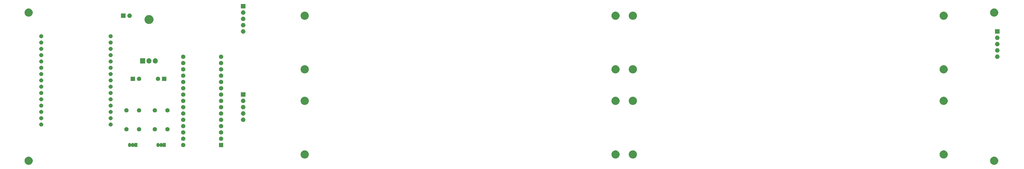
<source format=gbr>
G04 #@! TF.GenerationSoftware,KiCad,Pcbnew,(5.1.5)-3*
G04 #@! TF.CreationDate,2020-07-10T12:59:04+02:00*
G04 #@! TF.ProjectId,twitchdisplay,74776974-6368-4646-9973-706c61792e6b,rev?*
G04 #@! TF.SameCoordinates,Original*
G04 #@! TF.FileFunction,Soldermask,Bot*
G04 #@! TF.FilePolarity,Negative*
%FSLAX46Y46*%
G04 Gerber Fmt 4.6, Leading zero omitted, Abs format (unit mm)*
G04 Created by KiCad (PCBNEW (5.1.5)-3) date 2020-07-10 12:59:04*
%MOMM*%
%LPD*%
G04 APERTURE LIST*
%ADD10C,0.100000*%
G04 APERTURE END LIST*
D10*
G36*
X353435256Y-129201298D02*
G01*
X353541579Y-129222447D01*
X353842042Y-129346903D01*
X354112451Y-129527585D01*
X354342415Y-129757549D01*
X354523097Y-130027958D01*
X354647553Y-130328421D01*
X354711000Y-130647391D01*
X354711000Y-130972609D01*
X354647553Y-131291579D01*
X354523097Y-131592042D01*
X354342415Y-131862451D01*
X354112451Y-132092415D01*
X353842042Y-132273097D01*
X353541579Y-132397553D01*
X353435256Y-132418702D01*
X353222611Y-132461000D01*
X352897389Y-132461000D01*
X352684744Y-132418702D01*
X352578421Y-132397553D01*
X352277958Y-132273097D01*
X352007549Y-132092415D01*
X351777585Y-131862451D01*
X351596903Y-131592042D01*
X351472447Y-131291579D01*
X351409000Y-130972609D01*
X351409000Y-130647391D01*
X351472447Y-130328421D01*
X351596903Y-130027958D01*
X351777585Y-129757549D01*
X352007549Y-129527585D01*
X352277958Y-129346903D01*
X352578421Y-129222447D01*
X352684744Y-129201298D01*
X352897389Y-129159000D01*
X353222611Y-129159000D01*
X353435256Y-129201298D01*
G37*
G36*
X-35184744Y-129201298D02*
G01*
X-35078421Y-129222447D01*
X-34777958Y-129346903D01*
X-34507549Y-129527585D01*
X-34277585Y-129757549D01*
X-34096903Y-130027958D01*
X-33972447Y-130328421D01*
X-33909000Y-130647391D01*
X-33909000Y-130972609D01*
X-33972447Y-131291579D01*
X-34096903Y-131592042D01*
X-34277585Y-131862451D01*
X-34507549Y-132092415D01*
X-34777958Y-132273097D01*
X-35078421Y-132397553D01*
X-35184744Y-132418702D01*
X-35397389Y-132461000D01*
X-35722611Y-132461000D01*
X-35935256Y-132418702D01*
X-36041579Y-132397553D01*
X-36342042Y-132273097D01*
X-36612451Y-132092415D01*
X-36842415Y-131862451D01*
X-37023097Y-131592042D01*
X-37147553Y-131291579D01*
X-37211000Y-130972609D01*
X-37211000Y-130647391D01*
X-37147553Y-130328421D01*
X-37023097Y-130027958D01*
X-36842415Y-129757549D01*
X-36612451Y-129527585D01*
X-36342042Y-129346903D01*
X-36041579Y-129222447D01*
X-35935256Y-129201298D01*
X-35722611Y-129159000D01*
X-35397389Y-129159000D01*
X-35184744Y-129201298D01*
G37*
G36*
X208020256Y-126661298D02*
G01*
X208126579Y-126682447D01*
X208427042Y-126806903D01*
X208697451Y-126987585D01*
X208927415Y-127217549D01*
X209108097Y-127487958D01*
X209232553Y-127788421D01*
X209296000Y-128107391D01*
X209296000Y-128432609D01*
X209232553Y-128751579D01*
X209108097Y-129052042D01*
X208927415Y-129322451D01*
X208697451Y-129552415D01*
X208427042Y-129733097D01*
X208126579Y-129857553D01*
X208020256Y-129878702D01*
X207807611Y-129921000D01*
X207482389Y-129921000D01*
X207269744Y-129878702D01*
X207163421Y-129857553D01*
X206862958Y-129733097D01*
X206592549Y-129552415D01*
X206362585Y-129322451D01*
X206181903Y-129052042D01*
X206057447Y-128751579D01*
X205994000Y-128432609D01*
X205994000Y-128107391D01*
X206057447Y-127788421D01*
X206181903Y-127487958D01*
X206362585Y-127217549D01*
X206592549Y-126987585D01*
X206862958Y-126806903D01*
X207163421Y-126682447D01*
X207269744Y-126661298D01*
X207482389Y-126619000D01*
X207807611Y-126619000D01*
X208020256Y-126661298D01*
G37*
G36*
X333115256Y-126661298D02*
G01*
X333221579Y-126682447D01*
X333522042Y-126806903D01*
X333792451Y-126987585D01*
X334022415Y-127217549D01*
X334203097Y-127487958D01*
X334327553Y-127788421D01*
X334391000Y-128107391D01*
X334391000Y-128432609D01*
X334327553Y-128751579D01*
X334203097Y-129052042D01*
X334022415Y-129322451D01*
X333792451Y-129552415D01*
X333522042Y-129733097D01*
X333221579Y-129857553D01*
X333115256Y-129878702D01*
X332902611Y-129921000D01*
X332577389Y-129921000D01*
X332364744Y-129878702D01*
X332258421Y-129857553D01*
X331957958Y-129733097D01*
X331687549Y-129552415D01*
X331457585Y-129322451D01*
X331276903Y-129052042D01*
X331152447Y-128751579D01*
X331089000Y-128432609D01*
X331089000Y-128107391D01*
X331152447Y-127788421D01*
X331276903Y-127487958D01*
X331457585Y-127217549D01*
X331687549Y-126987585D01*
X331957958Y-126806903D01*
X332258421Y-126682447D01*
X332364744Y-126661298D01*
X332577389Y-126619000D01*
X332902611Y-126619000D01*
X333115256Y-126661298D01*
G37*
G36*
X75940256Y-126661298D02*
G01*
X76046579Y-126682447D01*
X76347042Y-126806903D01*
X76617451Y-126987585D01*
X76847415Y-127217549D01*
X77028097Y-127487958D01*
X77152553Y-127788421D01*
X77216000Y-128107391D01*
X77216000Y-128432609D01*
X77152553Y-128751579D01*
X77028097Y-129052042D01*
X76847415Y-129322451D01*
X76617451Y-129552415D01*
X76347042Y-129733097D01*
X76046579Y-129857553D01*
X75940256Y-129878702D01*
X75727611Y-129921000D01*
X75402389Y-129921000D01*
X75189744Y-129878702D01*
X75083421Y-129857553D01*
X74782958Y-129733097D01*
X74512549Y-129552415D01*
X74282585Y-129322451D01*
X74101903Y-129052042D01*
X73977447Y-128751579D01*
X73914000Y-128432609D01*
X73914000Y-128107391D01*
X73977447Y-127788421D01*
X74101903Y-127487958D01*
X74282585Y-127217549D01*
X74512549Y-126987585D01*
X74782958Y-126806903D01*
X75083421Y-126682447D01*
X75189744Y-126661298D01*
X75402389Y-126619000D01*
X75727611Y-126619000D01*
X75940256Y-126661298D01*
G37*
G36*
X201035256Y-126661298D02*
G01*
X201141579Y-126682447D01*
X201442042Y-126806903D01*
X201712451Y-126987585D01*
X201942415Y-127217549D01*
X202123097Y-127487958D01*
X202247553Y-127788421D01*
X202311000Y-128107391D01*
X202311000Y-128432609D01*
X202247553Y-128751579D01*
X202123097Y-129052042D01*
X201942415Y-129322451D01*
X201712451Y-129552415D01*
X201442042Y-129733097D01*
X201141579Y-129857553D01*
X201035256Y-129878702D01*
X200822611Y-129921000D01*
X200497389Y-129921000D01*
X200284744Y-129878702D01*
X200178421Y-129857553D01*
X199877958Y-129733097D01*
X199607549Y-129552415D01*
X199377585Y-129322451D01*
X199196903Y-129052042D01*
X199072447Y-128751579D01*
X199009000Y-128432609D01*
X199009000Y-128107391D01*
X199072447Y-127788421D01*
X199196903Y-127487958D01*
X199377585Y-127217549D01*
X199607549Y-126987585D01*
X199877958Y-126806903D01*
X200178421Y-126682447D01*
X200284744Y-126661298D01*
X200497389Y-126619000D01*
X200822611Y-126619000D01*
X201035256Y-126661298D01*
G37*
G36*
X42761000Y-125311000D02*
G01*
X41059000Y-125311000D01*
X41059000Y-123609000D01*
X42761000Y-123609000D01*
X42761000Y-125311000D01*
G37*
G36*
X26918228Y-123641703D02*
G01*
X27073100Y-123705853D01*
X27212481Y-123798985D01*
X27331015Y-123917519D01*
X27424147Y-124056900D01*
X27488297Y-124211772D01*
X27521000Y-124376184D01*
X27521000Y-124543816D01*
X27488297Y-124708228D01*
X27424147Y-124863100D01*
X27331015Y-125002481D01*
X27212481Y-125121015D01*
X27073100Y-125214147D01*
X26918228Y-125278297D01*
X26753816Y-125311000D01*
X26586184Y-125311000D01*
X26421772Y-125278297D01*
X26266900Y-125214147D01*
X26127519Y-125121015D01*
X26008985Y-125002481D01*
X25915853Y-124863100D01*
X25851703Y-124708228D01*
X25819000Y-124543816D01*
X25819000Y-124376184D01*
X25851703Y-124211772D01*
X25915853Y-124056900D01*
X26008985Y-123917519D01*
X26127519Y-123798985D01*
X26266900Y-123705853D01*
X26421772Y-123641703D01*
X26586184Y-123609000D01*
X26753816Y-123609000D01*
X26918228Y-123641703D01*
G37*
G36*
X17892916Y-123667334D02*
G01*
X18001492Y-123700271D01*
X18001495Y-123700272D01*
X18037601Y-123719571D01*
X18101557Y-123753756D01*
X18189264Y-123825736D01*
X18252383Y-123902646D01*
X18269702Y-123919965D01*
X18290077Y-123933579D01*
X18312716Y-123942957D01*
X18336749Y-123947737D01*
X18361253Y-123947737D01*
X18385286Y-123942957D01*
X18407925Y-123933579D01*
X18428299Y-123919966D01*
X18445626Y-123902639D01*
X18459240Y-123882264D01*
X18468618Y-123859625D01*
X18473398Y-123835592D01*
X18474000Y-123823340D01*
X18474000Y-123659000D01*
X19626000Y-123659000D01*
X19626000Y-125261000D01*
X18474000Y-125261000D01*
X18474000Y-125096660D01*
X18471598Y-125072274D01*
X18464485Y-125048825D01*
X18452934Y-125027214D01*
X18437389Y-125008272D01*
X18418447Y-124992727D01*
X18396836Y-124981176D01*
X18373387Y-124974063D01*
X18349001Y-124971661D01*
X18324615Y-124974063D01*
X18301166Y-124981176D01*
X18279555Y-124992727D01*
X18252381Y-125017356D01*
X18189264Y-125094264D01*
X18101556Y-125166244D01*
X18037600Y-125200429D01*
X18001494Y-125219728D01*
X18001491Y-125219729D01*
X17892915Y-125252666D01*
X17780000Y-125263787D01*
X17667084Y-125252666D01*
X17558508Y-125219729D01*
X17558505Y-125219728D01*
X17522399Y-125200429D01*
X17458443Y-125166244D01*
X17370736Y-125094264D01*
X17298756Y-125006556D01*
X17255239Y-124925140D01*
X17241625Y-124904766D01*
X17224298Y-124887439D01*
X17203924Y-124873825D01*
X17181285Y-124864448D01*
X17157251Y-124859668D01*
X17132747Y-124859668D01*
X17108714Y-124864449D01*
X17086075Y-124873826D01*
X17065701Y-124887440D01*
X17048374Y-124904767D01*
X17034762Y-124925140D01*
X16991244Y-125006557D01*
X16919264Y-125094264D01*
X16831556Y-125166244D01*
X16767600Y-125200429D01*
X16731494Y-125219728D01*
X16731491Y-125219729D01*
X16622915Y-125252666D01*
X16510000Y-125263787D01*
X16397084Y-125252666D01*
X16288508Y-125219729D01*
X16288505Y-125219728D01*
X16252399Y-125200429D01*
X16188443Y-125166244D01*
X16100736Y-125094264D01*
X16028756Y-125006556D01*
X15985239Y-124925140D01*
X15975272Y-124906494D01*
X15969492Y-124887440D01*
X15942334Y-124797915D01*
X15934000Y-124713297D01*
X15934000Y-124206702D01*
X15942334Y-124122084D01*
X15975271Y-124013508D01*
X15975272Y-124013505D01*
X16028756Y-123913445D01*
X16028757Y-123913443D01*
X16100737Y-123825736D01*
X16188444Y-123753756D01*
X16252400Y-123719571D01*
X16288506Y-123700272D01*
X16288509Y-123700271D01*
X16397085Y-123667334D01*
X16510000Y-123656213D01*
X16622916Y-123667334D01*
X16731492Y-123700271D01*
X16731495Y-123700272D01*
X16767601Y-123719571D01*
X16831557Y-123753756D01*
X16919264Y-123825736D01*
X16991244Y-123913443D01*
X17007019Y-123942957D01*
X17034761Y-123994859D01*
X17048375Y-124015234D01*
X17065702Y-124032561D01*
X17086076Y-124046174D01*
X17108715Y-124055552D01*
X17132748Y-124060332D01*
X17157252Y-124060332D01*
X17181285Y-124055552D01*
X17203924Y-124046174D01*
X17224299Y-124032560D01*
X17241626Y-124015233D01*
X17255239Y-123994859D01*
X17298756Y-123913445D01*
X17298757Y-123913443D01*
X17370737Y-123825736D01*
X17458444Y-123753756D01*
X17522400Y-123719571D01*
X17558506Y-123700272D01*
X17558509Y-123700271D01*
X17667085Y-123667334D01*
X17780000Y-123656213D01*
X17892916Y-123667334D01*
G37*
G36*
X6462916Y-123667334D02*
G01*
X6571492Y-123700271D01*
X6571495Y-123700272D01*
X6607601Y-123719571D01*
X6671557Y-123753756D01*
X6759264Y-123825736D01*
X6822383Y-123902646D01*
X6839702Y-123919965D01*
X6860077Y-123933579D01*
X6882716Y-123942957D01*
X6906749Y-123947737D01*
X6931253Y-123947737D01*
X6955286Y-123942957D01*
X6977925Y-123933579D01*
X6998299Y-123919966D01*
X7015626Y-123902639D01*
X7029240Y-123882264D01*
X7038618Y-123859625D01*
X7043398Y-123835592D01*
X7044000Y-123823340D01*
X7044000Y-123659000D01*
X8196000Y-123659000D01*
X8196000Y-125261000D01*
X7044000Y-125261000D01*
X7044000Y-125096660D01*
X7041598Y-125072274D01*
X7034485Y-125048825D01*
X7022934Y-125027214D01*
X7007389Y-125008272D01*
X6988447Y-124992727D01*
X6966836Y-124981176D01*
X6943387Y-124974063D01*
X6919001Y-124971661D01*
X6894615Y-124974063D01*
X6871166Y-124981176D01*
X6849555Y-124992727D01*
X6822381Y-125017356D01*
X6759264Y-125094264D01*
X6671556Y-125166244D01*
X6607600Y-125200429D01*
X6571494Y-125219728D01*
X6571491Y-125219729D01*
X6462915Y-125252666D01*
X6350000Y-125263787D01*
X6237084Y-125252666D01*
X6128508Y-125219729D01*
X6128505Y-125219728D01*
X6092399Y-125200429D01*
X6028443Y-125166244D01*
X5940736Y-125094264D01*
X5868756Y-125006556D01*
X5825239Y-124925140D01*
X5811625Y-124904766D01*
X5794298Y-124887439D01*
X5773924Y-124873825D01*
X5751285Y-124864448D01*
X5727251Y-124859668D01*
X5702747Y-124859668D01*
X5678714Y-124864449D01*
X5656075Y-124873826D01*
X5635701Y-124887440D01*
X5618374Y-124904767D01*
X5604762Y-124925140D01*
X5561244Y-125006557D01*
X5489264Y-125094264D01*
X5401556Y-125166244D01*
X5337600Y-125200429D01*
X5301494Y-125219728D01*
X5301491Y-125219729D01*
X5192915Y-125252666D01*
X5080000Y-125263787D01*
X4967084Y-125252666D01*
X4858508Y-125219729D01*
X4858505Y-125219728D01*
X4822399Y-125200429D01*
X4758443Y-125166244D01*
X4670736Y-125094264D01*
X4598756Y-125006556D01*
X4555239Y-124925140D01*
X4545272Y-124906494D01*
X4539492Y-124887440D01*
X4512334Y-124797915D01*
X4504000Y-124713297D01*
X4504000Y-124206702D01*
X4512334Y-124122084D01*
X4545271Y-124013508D01*
X4545272Y-124013505D01*
X4598756Y-123913445D01*
X4598757Y-123913443D01*
X4670737Y-123825736D01*
X4758444Y-123753756D01*
X4822400Y-123719571D01*
X4858506Y-123700272D01*
X4858509Y-123700271D01*
X4967085Y-123667334D01*
X5080000Y-123656213D01*
X5192916Y-123667334D01*
X5301492Y-123700271D01*
X5301495Y-123700272D01*
X5337601Y-123719571D01*
X5401557Y-123753756D01*
X5489264Y-123825736D01*
X5561244Y-123913443D01*
X5577019Y-123942957D01*
X5604761Y-123994859D01*
X5618375Y-124015234D01*
X5635702Y-124032561D01*
X5656076Y-124046174D01*
X5678715Y-124055552D01*
X5702748Y-124060332D01*
X5727252Y-124060332D01*
X5751285Y-124055552D01*
X5773924Y-124046174D01*
X5794299Y-124032560D01*
X5811626Y-124015233D01*
X5825239Y-123994859D01*
X5868756Y-123913445D01*
X5868757Y-123913443D01*
X5940737Y-123825736D01*
X6028444Y-123753756D01*
X6092400Y-123719571D01*
X6128506Y-123700272D01*
X6128509Y-123700271D01*
X6237085Y-123667334D01*
X6350000Y-123656213D01*
X6462916Y-123667334D01*
G37*
G36*
X42158228Y-121101703D02*
G01*
X42313100Y-121165853D01*
X42452481Y-121258985D01*
X42571015Y-121377519D01*
X42664147Y-121516900D01*
X42728297Y-121671772D01*
X42761000Y-121836184D01*
X42761000Y-122003816D01*
X42728297Y-122168228D01*
X42664147Y-122323100D01*
X42571015Y-122462481D01*
X42452481Y-122581015D01*
X42313100Y-122674147D01*
X42158228Y-122738297D01*
X41993816Y-122771000D01*
X41826184Y-122771000D01*
X41661772Y-122738297D01*
X41506900Y-122674147D01*
X41367519Y-122581015D01*
X41248985Y-122462481D01*
X41155853Y-122323100D01*
X41091703Y-122168228D01*
X41059000Y-122003816D01*
X41059000Y-121836184D01*
X41091703Y-121671772D01*
X41155853Y-121516900D01*
X41248985Y-121377519D01*
X41367519Y-121258985D01*
X41506900Y-121165853D01*
X41661772Y-121101703D01*
X41826184Y-121069000D01*
X41993816Y-121069000D01*
X42158228Y-121101703D01*
G37*
G36*
X26918228Y-121101703D02*
G01*
X27073100Y-121165853D01*
X27212481Y-121258985D01*
X27331015Y-121377519D01*
X27424147Y-121516900D01*
X27488297Y-121671772D01*
X27521000Y-121836184D01*
X27521000Y-122003816D01*
X27488297Y-122168228D01*
X27424147Y-122323100D01*
X27331015Y-122462481D01*
X27212481Y-122581015D01*
X27073100Y-122674147D01*
X26918228Y-122738297D01*
X26753816Y-122771000D01*
X26586184Y-122771000D01*
X26421772Y-122738297D01*
X26266900Y-122674147D01*
X26127519Y-122581015D01*
X26008985Y-122462481D01*
X25915853Y-122323100D01*
X25851703Y-122168228D01*
X25819000Y-122003816D01*
X25819000Y-121836184D01*
X25851703Y-121671772D01*
X25915853Y-121516900D01*
X26008985Y-121377519D01*
X26127519Y-121258985D01*
X26266900Y-121165853D01*
X26421772Y-121101703D01*
X26586184Y-121069000D01*
X26753816Y-121069000D01*
X26918228Y-121101703D01*
G37*
G36*
X42158228Y-118561703D02*
G01*
X42313100Y-118625853D01*
X42452481Y-118718985D01*
X42571015Y-118837519D01*
X42664147Y-118976900D01*
X42728297Y-119131772D01*
X42761000Y-119296184D01*
X42761000Y-119463816D01*
X42728297Y-119628228D01*
X42664147Y-119783100D01*
X42571015Y-119922481D01*
X42452481Y-120041015D01*
X42313100Y-120134147D01*
X42158228Y-120198297D01*
X41993816Y-120231000D01*
X41826184Y-120231000D01*
X41661772Y-120198297D01*
X41506900Y-120134147D01*
X41367519Y-120041015D01*
X41248985Y-119922481D01*
X41155853Y-119783100D01*
X41091703Y-119628228D01*
X41059000Y-119463816D01*
X41059000Y-119296184D01*
X41091703Y-119131772D01*
X41155853Y-118976900D01*
X41248985Y-118837519D01*
X41367519Y-118718985D01*
X41506900Y-118625853D01*
X41661772Y-118561703D01*
X41826184Y-118529000D01*
X41993816Y-118529000D01*
X42158228Y-118561703D01*
G37*
G36*
X26918228Y-118561703D02*
G01*
X27073100Y-118625853D01*
X27212481Y-118718985D01*
X27331015Y-118837519D01*
X27424147Y-118976900D01*
X27488297Y-119131772D01*
X27521000Y-119296184D01*
X27521000Y-119463816D01*
X27488297Y-119628228D01*
X27424147Y-119783100D01*
X27331015Y-119922481D01*
X27212481Y-120041015D01*
X27073100Y-120134147D01*
X26918228Y-120198297D01*
X26753816Y-120231000D01*
X26586184Y-120231000D01*
X26421772Y-120198297D01*
X26266900Y-120134147D01*
X26127519Y-120041015D01*
X26008985Y-119922481D01*
X25915853Y-119783100D01*
X25851703Y-119628228D01*
X25819000Y-119463816D01*
X25819000Y-119296184D01*
X25851703Y-119131772D01*
X25915853Y-118976900D01*
X26008985Y-118837519D01*
X26127519Y-118718985D01*
X26266900Y-118625853D01*
X26421772Y-118561703D01*
X26586184Y-118529000D01*
X26753816Y-118529000D01*
X26918228Y-118561703D01*
G37*
G36*
X20568228Y-117291703D02*
G01*
X20723100Y-117355853D01*
X20862481Y-117448985D01*
X20981015Y-117567519D01*
X21074147Y-117706900D01*
X21138297Y-117861772D01*
X21171000Y-118026184D01*
X21171000Y-118193816D01*
X21138297Y-118358228D01*
X21074147Y-118513100D01*
X20981015Y-118652481D01*
X20862481Y-118771015D01*
X20723100Y-118864147D01*
X20568228Y-118928297D01*
X20403816Y-118961000D01*
X20236184Y-118961000D01*
X20071772Y-118928297D01*
X19916900Y-118864147D01*
X19777519Y-118771015D01*
X19658985Y-118652481D01*
X19565853Y-118513100D01*
X19501703Y-118358228D01*
X19469000Y-118193816D01*
X19469000Y-118026184D01*
X19501703Y-117861772D01*
X19565853Y-117706900D01*
X19658985Y-117567519D01*
X19777519Y-117448985D01*
X19916900Y-117355853D01*
X20071772Y-117291703D01*
X20236184Y-117259000D01*
X20403816Y-117259000D01*
X20568228Y-117291703D01*
G37*
G36*
X9138228Y-117291703D02*
G01*
X9293100Y-117355853D01*
X9432481Y-117448985D01*
X9551015Y-117567519D01*
X9644147Y-117706900D01*
X9708297Y-117861772D01*
X9741000Y-118026184D01*
X9741000Y-118193816D01*
X9708297Y-118358228D01*
X9644147Y-118513100D01*
X9551015Y-118652481D01*
X9432481Y-118771015D01*
X9293100Y-118864147D01*
X9138228Y-118928297D01*
X8973816Y-118961000D01*
X8806184Y-118961000D01*
X8641772Y-118928297D01*
X8486900Y-118864147D01*
X8347519Y-118771015D01*
X8228985Y-118652481D01*
X8135853Y-118513100D01*
X8071703Y-118358228D01*
X8039000Y-118193816D01*
X8039000Y-118026184D01*
X8071703Y-117861772D01*
X8135853Y-117706900D01*
X8228985Y-117567519D01*
X8347519Y-117448985D01*
X8486900Y-117355853D01*
X8641772Y-117291703D01*
X8806184Y-117259000D01*
X8973816Y-117259000D01*
X9138228Y-117291703D01*
G37*
G36*
X15488228Y-117291703D02*
G01*
X15643100Y-117355853D01*
X15782481Y-117448985D01*
X15901015Y-117567519D01*
X15994147Y-117706900D01*
X16058297Y-117861772D01*
X16091000Y-118026184D01*
X16091000Y-118193816D01*
X16058297Y-118358228D01*
X15994147Y-118513100D01*
X15901015Y-118652481D01*
X15782481Y-118771015D01*
X15643100Y-118864147D01*
X15488228Y-118928297D01*
X15323816Y-118961000D01*
X15156184Y-118961000D01*
X14991772Y-118928297D01*
X14836900Y-118864147D01*
X14697519Y-118771015D01*
X14578985Y-118652481D01*
X14485853Y-118513100D01*
X14421703Y-118358228D01*
X14389000Y-118193816D01*
X14389000Y-118026184D01*
X14421703Y-117861772D01*
X14485853Y-117706900D01*
X14578985Y-117567519D01*
X14697519Y-117448985D01*
X14836900Y-117355853D01*
X14991772Y-117291703D01*
X15156184Y-117259000D01*
X15323816Y-117259000D01*
X15488228Y-117291703D01*
G37*
G36*
X4058228Y-117291703D02*
G01*
X4213100Y-117355853D01*
X4352481Y-117448985D01*
X4471015Y-117567519D01*
X4564147Y-117706900D01*
X4628297Y-117861772D01*
X4661000Y-118026184D01*
X4661000Y-118193816D01*
X4628297Y-118358228D01*
X4564147Y-118513100D01*
X4471015Y-118652481D01*
X4352481Y-118771015D01*
X4213100Y-118864147D01*
X4058228Y-118928297D01*
X3893816Y-118961000D01*
X3726184Y-118961000D01*
X3561772Y-118928297D01*
X3406900Y-118864147D01*
X3267519Y-118771015D01*
X3148985Y-118652481D01*
X3055853Y-118513100D01*
X2991703Y-118358228D01*
X2959000Y-118193816D01*
X2959000Y-118026184D01*
X2991703Y-117861772D01*
X3055853Y-117706900D01*
X3148985Y-117567519D01*
X3267519Y-117448985D01*
X3406900Y-117355853D01*
X3561772Y-117291703D01*
X3726184Y-117259000D01*
X3893816Y-117259000D01*
X4058228Y-117291703D01*
G37*
G36*
X42158228Y-116021703D02*
G01*
X42313100Y-116085853D01*
X42452481Y-116178985D01*
X42571015Y-116297519D01*
X42664147Y-116436900D01*
X42728297Y-116591772D01*
X42761000Y-116756184D01*
X42761000Y-116923816D01*
X42728297Y-117088228D01*
X42664147Y-117243100D01*
X42571015Y-117382481D01*
X42452481Y-117501015D01*
X42313100Y-117594147D01*
X42158228Y-117658297D01*
X41993816Y-117691000D01*
X41826184Y-117691000D01*
X41661772Y-117658297D01*
X41506900Y-117594147D01*
X41367519Y-117501015D01*
X41248985Y-117382481D01*
X41155853Y-117243100D01*
X41091703Y-117088228D01*
X41059000Y-116923816D01*
X41059000Y-116756184D01*
X41091703Y-116591772D01*
X41155853Y-116436900D01*
X41248985Y-116297519D01*
X41367519Y-116178985D01*
X41506900Y-116085853D01*
X41661772Y-116021703D01*
X41826184Y-115989000D01*
X41993816Y-115989000D01*
X42158228Y-116021703D01*
G37*
G36*
X26918228Y-116021703D02*
G01*
X27073100Y-116085853D01*
X27212481Y-116178985D01*
X27331015Y-116297519D01*
X27424147Y-116436900D01*
X27488297Y-116591772D01*
X27521000Y-116756184D01*
X27521000Y-116923816D01*
X27488297Y-117088228D01*
X27424147Y-117243100D01*
X27331015Y-117382481D01*
X27212481Y-117501015D01*
X27073100Y-117594147D01*
X26918228Y-117658297D01*
X26753816Y-117691000D01*
X26586184Y-117691000D01*
X26421772Y-117658297D01*
X26266900Y-117594147D01*
X26127519Y-117501015D01*
X26008985Y-117382481D01*
X25915853Y-117243100D01*
X25851703Y-117088228D01*
X25819000Y-116923816D01*
X25819000Y-116756184D01*
X25851703Y-116591772D01*
X25915853Y-116436900D01*
X26008985Y-116297519D01*
X26127519Y-116178985D01*
X26266900Y-116085853D01*
X26421772Y-116021703D01*
X26586184Y-115989000D01*
X26753816Y-115989000D01*
X26918228Y-116021703D01*
G37*
G36*
X-30242858Y-115423242D02*
G01*
X-30094899Y-115484529D01*
X-29961745Y-115573499D01*
X-29848499Y-115686745D01*
X-29759529Y-115819899D01*
X-29698242Y-115967858D01*
X-29667000Y-116124925D01*
X-29667000Y-116285075D01*
X-29698242Y-116442142D01*
X-29759529Y-116590101D01*
X-29848499Y-116723255D01*
X-29961745Y-116836501D01*
X-30094899Y-116925471D01*
X-30242858Y-116986758D01*
X-30399925Y-117018000D01*
X-30560075Y-117018000D01*
X-30717142Y-116986758D01*
X-30865101Y-116925471D01*
X-30998255Y-116836501D01*
X-31111501Y-116723255D01*
X-31200471Y-116590101D01*
X-31261758Y-116442142D01*
X-31293000Y-116285075D01*
X-31293000Y-116124925D01*
X-31261758Y-115967858D01*
X-31200471Y-115819899D01*
X-31111501Y-115686745D01*
X-30998255Y-115573499D01*
X-30865101Y-115484529D01*
X-30717142Y-115423242D01*
X-30560075Y-115392000D01*
X-30399925Y-115392000D01*
X-30242858Y-115423242D01*
G37*
G36*
X-2302858Y-115423242D02*
G01*
X-2154899Y-115484529D01*
X-2021745Y-115573499D01*
X-1908499Y-115686745D01*
X-1819529Y-115819899D01*
X-1758242Y-115967858D01*
X-1727000Y-116124925D01*
X-1727000Y-116285075D01*
X-1758242Y-116442142D01*
X-1819529Y-116590101D01*
X-1908499Y-116723255D01*
X-2021745Y-116836501D01*
X-2154899Y-116925471D01*
X-2302858Y-116986758D01*
X-2459925Y-117018000D01*
X-2620075Y-117018000D01*
X-2777142Y-116986758D01*
X-2925101Y-116925471D01*
X-3058255Y-116836501D01*
X-3171501Y-116723255D01*
X-3260471Y-116590101D01*
X-3321758Y-116442142D01*
X-3353000Y-116285075D01*
X-3353000Y-116124925D01*
X-3321758Y-115967858D01*
X-3260471Y-115819899D01*
X-3171501Y-115686745D01*
X-3058255Y-115573499D01*
X-2925101Y-115484529D01*
X-2777142Y-115423242D01*
X-2620075Y-115392000D01*
X-2459925Y-115392000D01*
X-2302858Y-115423242D01*
G37*
G36*
X50913512Y-113403927D02*
G01*
X51062812Y-113433624D01*
X51226784Y-113501544D01*
X51374354Y-113600147D01*
X51499853Y-113725646D01*
X51598456Y-113873216D01*
X51666376Y-114037188D01*
X51701000Y-114211259D01*
X51701000Y-114388741D01*
X51666376Y-114562812D01*
X51598456Y-114726784D01*
X51499853Y-114874354D01*
X51374354Y-114999853D01*
X51226784Y-115098456D01*
X51062812Y-115166376D01*
X50913512Y-115196073D01*
X50888742Y-115201000D01*
X50711258Y-115201000D01*
X50686488Y-115196073D01*
X50537188Y-115166376D01*
X50373216Y-115098456D01*
X50225646Y-114999853D01*
X50100147Y-114874354D01*
X50001544Y-114726784D01*
X49933624Y-114562812D01*
X49899000Y-114388741D01*
X49899000Y-114211259D01*
X49933624Y-114037188D01*
X50001544Y-113873216D01*
X50100147Y-113725646D01*
X50225646Y-113600147D01*
X50373216Y-113501544D01*
X50537188Y-113433624D01*
X50686488Y-113403927D01*
X50711258Y-113399000D01*
X50888742Y-113399000D01*
X50913512Y-113403927D01*
G37*
G36*
X42158228Y-113481703D02*
G01*
X42313100Y-113545853D01*
X42452481Y-113638985D01*
X42571015Y-113757519D01*
X42664147Y-113896900D01*
X42728297Y-114051772D01*
X42761000Y-114216184D01*
X42761000Y-114383816D01*
X42728297Y-114548228D01*
X42664147Y-114703100D01*
X42571015Y-114842481D01*
X42452481Y-114961015D01*
X42313100Y-115054147D01*
X42158228Y-115118297D01*
X41993816Y-115151000D01*
X41826184Y-115151000D01*
X41661772Y-115118297D01*
X41506900Y-115054147D01*
X41367519Y-114961015D01*
X41248985Y-114842481D01*
X41155853Y-114703100D01*
X41091703Y-114548228D01*
X41059000Y-114383816D01*
X41059000Y-114216184D01*
X41091703Y-114051772D01*
X41155853Y-113896900D01*
X41248985Y-113757519D01*
X41367519Y-113638985D01*
X41506900Y-113545853D01*
X41661772Y-113481703D01*
X41826184Y-113449000D01*
X41993816Y-113449000D01*
X42158228Y-113481703D01*
G37*
G36*
X26918228Y-113481703D02*
G01*
X27073100Y-113545853D01*
X27212481Y-113638985D01*
X27331015Y-113757519D01*
X27424147Y-113896900D01*
X27488297Y-114051772D01*
X27521000Y-114216184D01*
X27521000Y-114383816D01*
X27488297Y-114548228D01*
X27424147Y-114703100D01*
X27331015Y-114842481D01*
X27212481Y-114961015D01*
X27073100Y-115054147D01*
X26918228Y-115118297D01*
X26753816Y-115151000D01*
X26586184Y-115151000D01*
X26421772Y-115118297D01*
X26266900Y-115054147D01*
X26127519Y-114961015D01*
X26008985Y-114842481D01*
X25915853Y-114703100D01*
X25851703Y-114548228D01*
X25819000Y-114383816D01*
X25819000Y-114216184D01*
X25851703Y-114051772D01*
X25915853Y-113896900D01*
X26008985Y-113757519D01*
X26127519Y-113638985D01*
X26266900Y-113545853D01*
X26421772Y-113481703D01*
X26586184Y-113449000D01*
X26753816Y-113449000D01*
X26918228Y-113481703D01*
G37*
G36*
X-2302858Y-112883242D02*
G01*
X-2154899Y-112944529D01*
X-2021745Y-113033499D01*
X-1908499Y-113146745D01*
X-1819529Y-113279899D01*
X-1758242Y-113427858D01*
X-1727000Y-113584925D01*
X-1727000Y-113745075D01*
X-1758242Y-113902142D01*
X-1819529Y-114050101D01*
X-1908499Y-114183255D01*
X-2021745Y-114296501D01*
X-2154899Y-114385471D01*
X-2302858Y-114446758D01*
X-2459925Y-114478000D01*
X-2620075Y-114478000D01*
X-2777142Y-114446758D01*
X-2925101Y-114385471D01*
X-3058255Y-114296501D01*
X-3171501Y-114183255D01*
X-3260471Y-114050101D01*
X-3321758Y-113902142D01*
X-3353000Y-113745075D01*
X-3353000Y-113584925D01*
X-3321758Y-113427858D01*
X-3260471Y-113279899D01*
X-3171501Y-113146745D01*
X-3058255Y-113033499D01*
X-2925101Y-112944529D01*
X-2777142Y-112883242D01*
X-2620075Y-112852000D01*
X-2459925Y-112852000D01*
X-2302858Y-112883242D01*
G37*
G36*
X-30242858Y-112883242D02*
G01*
X-30094899Y-112944529D01*
X-29961745Y-113033499D01*
X-29848499Y-113146745D01*
X-29759529Y-113279899D01*
X-29698242Y-113427858D01*
X-29667000Y-113584925D01*
X-29667000Y-113745075D01*
X-29698242Y-113902142D01*
X-29759529Y-114050101D01*
X-29848499Y-114183255D01*
X-29961745Y-114296501D01*
X-30094899Y-114385471D01*
X-30242858Y-114446758D01*
X-30399925Y-114478000D01*
X-30560075Y-114478000D01*
X-30717142Y-114446758D01*
X-30865101Y-114385471D01*
X-30998255Y-114296501D01*
X-31111501Y-114183255D01*
X-31200471Y-114050101D01*
X-31261758Y-113902142D01*
X-31293000Y-113745075D01*
X-31293000Y-113584925D01*
X-31261758Y-113427858D01*
X-31200471Y-113279899D01*
X-31111501Y-113146745D01*
X-30998255Y-113033499D01*
X-30865101Y-112944529D01*
X-30717142Y-112883242D01*
X-30560075Y-112852000D01*
X-30399925Y-112852000D01*
X-30242858Y-112883242D01*
G37*
G36*
X50913512Y-110863927D02*
G01*
X51062812Y-110893624D01*
X51226784Y-110961544D01*
X51374354Y-111060147D01*
X51499853Y-111185646D01*
X51598456Y-111333216D01*
X51666376Y-111497188D01*
X51701000Y-111671259D01*
X51701000Y-111848741D01*
X51666376Y-112022812D01*
X51598456Y-112186784D01*
X51499853Y-112334354D01*
X51374354Y-112459853D01*
X51226784Y-112558456D01*
X51062812Y-112626376D01*
X50913512Y-112656073D01*
X50888742Y-112661000D01*
X50711258Y-112661000D01*
X50686488Y-112656073D01*
X50537188Y-112626376D01*
X50373216Y-112558456D01*
X50225646Y-112459853D01*
X50100147Y-112334354D01*
X50001544Y-112186784D01*
X49933624Y-112022812D01*
X49899000Y-111848741D01*
X49899000Y-111671259D01*
X49933624Y-111497188D01*
X50001544Y-111333216D01*
X50100147Y-111185646D01*
X50225646Y-111060147D01*
X50373216Y-110961544D01*
X50537188Y-110893624D01*
X50686488Y-110863927D01*
X50711258Y-110859000D01*
X50888742Y-110859000D01*
X50913512Y-110863927D01*
G37*
G36*
X42158228Y-110941703D02*
G01*
X42313100Y-111005853D01*
X42452481Y-111098985D01*
X42571015Y-111217519D01*
X42664147Y-111356900D01*
X42728297Y-111511772D01*
X42761000Y-111676184D01*
X42761000Y-111843816D01*
X42728297Y-112008228D01*
X42664147Y-112163100D01*
X42571015Y-112302481D01*
X42452481Y-112421015D01*
X42313100Y-112514147D01*
X42158228Y-112578297D01*
X41993816Y-112611000D01*
X41826184Y-112611000D01*
X41661772Y-112578297D01*
X41506900Y-112514147D01*
X41367519Y-112421015D01*
X41248985Y-112302481D01*
X41155853Y-112163100D01*
X41091703Y-112008228D01*
X41059000Y-111843816D01*
X41059000Y-111676184D01*
X41091703Y-111511772D01*
X41155853Y-111356900D01*
X41248985Y-111217519D01*
X41367519Y-111098985D01*
X41506900Y-111005853D01*
X41661772Y-110941703D01*
X41826184Y-110909000D01*
X41993816Y-110909000D01*
X42158228Y-110941703D01*
G37*
G36*
X26918228Y-110941703D02*
G01*
X27073100Y-111005853D01*
X27212481Y-111098985D01*
X27331015Y-111217519D01*
X27424147Y-111356900D01*
X27488297Y-111511772D01*
X27521000Y-111676184D01*
X27521000Y-111843816D01*
X27488297Y-112008228D01*
X27424147Y-112163100D01*
X27331015Y-112302481D01*
X27212481Y-112421015D01*
X27073100Y-112514147D01*
X26918228Y-112578297D01*
X26753816Y-112611000D01*
X26586184Y-112611000D01*
X26421772Y-112578297D01*
X26266900Y-112514147D01*
X26127519Y-112421015D01*
X26008985Y-112302481D01*
X25915853Y-112163100D01*
X25851703Y-112008228D01*
X25819000Y-111843816D01*
X25819000Y-111676184D01*
X25851703Y-111511772D01*
X25915853Y-111356900D01*
X26008985Y-111217519D01*
X26127519Y-111098985D01*
X26266900Y-111005853D01*
X26421772Y-110941703D01*
X26586184Y-110909000D01*
X26753816Y-110909000D01*
X26918228Y-110941703D01*
G37*
G36*
X-2302858Y-110343242D02*
G01*
X-2154899Y-110404529D01*
X-2021745Y-110493499D01*
X-1908499Y-110606745D01*
X-1819529Y-110739899D01*
X-1758242Y-110887858D01*
X-1727000Y-111044925D01*
X-1727000Y-111205075D01*
X-1758242Y-111362142D01*
X-1819529Y-111510101D01*
X-1908499Y-111643255D01*
X-2021745Y-111756501D01*
X-2154899Y-111845471D01*
X-2302858Y-111906758D01*
X-2459925Y-111938000D01*
X-2620075Y-111938000D01*
X-2777142Y-111906758D01*
X-2925101Y-111845471D01*
X-3058255Y-111756501D01*
X-3171501Y-111643255D01*
X-3260471Y-111510101D01*
X-3321758Y-111362142D01*
X-3353000Y-111205075D01*
X-3353000Y-111044925D01*
X-3321758Y-110887858D01*
X-3260471Y-110739899D01*
X-3171501Y-110606745D01*
X-3058255Y-110493499D01*
X-2925101Y-110404529D01*
X-2777142Y-110343242D01*
X-2620075Y-110312000D01*
X-2459925Y-110312000D01*
X-2302858Y-110343242D01*
G37*
G36*
X-30242858Y-110343242D02*
G01*
X-30094899Y-110404529D01*
X-29961745Y-110493499D01*
X-29848499Y-110606745D01*
X-29759529Y-110739899D01*
X-29698242Y-110887858D01*
X-29667000Y-111044925D01*
X-29667000Y-111205075D01*
X-29698242Y-111362142D01*
X-29759529Y-111510101D01*
X-29848499Y-111643255D01*
X-29961745Y-111756501D01*
X-30094899Y-111845471D01*
X-30242858Y-111906758D01*
X-30399925Y-111938000D01*
X-30560075Y-111938000D01*
X-30717142Y-111906758D01*
X-30865101Y-111845471D01*
X-30998255Y-111756501D01*
X-31111501Y-111643255D01*
X-31200471Y-111510101D01*
X-31261758Y-111362142D01*
X-31293000Y-111205075D01*
X-31293000Y-111044925D01*
X-31261758Y-110887858D01*
X-31200471Y-110739899D01*
X-31111501Y-110606745D01*
X-30998255Y-110493499D01*
X-30865101Y-110404529D01*
X-30717142Y-110343242D01*
X-30560075Y-110312000D01*
X-30399925Y-110312000D01*
X-30242858Y-110343242D01*
G37*
G36*
X15488228Y-109671703D02*
G01*
X15643100Y-109735853D01*
X15782481Y-109828985D01*
X15901015Y-109947519D01*
X15994147Y-110086900D01*
X16058297Y-110241772D01*
X16091000Y-110406184D01*
X16091000Y-110573816D01*
X16058297Y-110738228D01*
X15994147Y-110893100D01*
X15901015Y-111032481D01*
X15782481Y-111151015D01*
X15643100Y-111244147D01*
X15488228Y-111308297D01*
X15323816Y-111341000D01*
X15156184Y-111341000D01*
X14991772Y-111308297D01*
X14836900Y-111244147D01*
X14697519Y-111151015D01*
X14578985Y-111032481D01*
X14485853Y-110893100D01*
X14421703Y-110738228D01*
X14389000Y-110573816D01*
X14389000Y-110406184D01*
X14421703Y-110241772D01*
X14485853Y-110086900D01*
X14578985Y-109947519D01*
X14697519Y-109828985D01*
X14836900Y-109735853D01*
X14991772Y-109671703D01*
X15156184Y-109639000D01*
X15323816Y-109639000D01*
X15488228Y-109671703D01*
G37*
G36*
X20568228Y-109671703D02*
G01*
X20723100Y-109735853D01*
X20862481Y-109828985D01*
X20981015Y-109947519D01*
X21074147Y-110086900D01*
X21138297Y-110241772D01*
X21171000Y-110406184D01*
X21171000Y-110573816D01*
X21138297Y-110738228D01*
X21074147Y-110893100D01*
X20981015Y-111032481D01*
X20862481Y-111151015D01*
X20723100Y-111244147D01*
X20568228Y-111308297D01*
X20403816Y-111341000D01*
X20236184Y-111341000D01*
X20071772Y-111308297D01*
X19916900Y-111244147D01*
X19777519Y-111151015D01*
X19658985Y-111032481D01*
X19565853Y-110893100D01*
X19501703Y-110738228D01*
X19469000Y-110573816D01*
X19469000Y-110406184D01*
X19501703Y-110241772D01*
X19565853Y-110086900D01*
X19658985Y-109947519D01*
X19777519Y-109828985D01*
X19916900Y-109735853D01*
X20071772Y-109671703D01*
X20236184Y-109639000D01*
X20403816Y-109639000D01*
X20568228Y-109671703D01*
G37*
G36*
X4058228Y-109671703D02*
G01*
X4213100Y-109735853D01*
X4352481Y-109828985D01*
X4471015Y-109947519D01*
X4564147Y-110086900D01*
X4628297Y-110241772D01*
X4661000Y-110406184D01*
X4661000Y-110573816D01*
X4628297Y-110738228D01*
X4564147Y-110893100D01*
X4471015Y-111032481D01*
X4352481Y-111151015D01*
X4213100Y-111244147D01*
X4058228Y-111308297D01*
X3893816Y-111341000D01*
X3726184Y-111341000D01*
X3561772Y-111308297D01*
X3406900Y-111244147D01*
X3267519Y-111151015D01*
X3148985Y-111032481D01*
X3055853Y-110893100D01*
X2991703Y-110738228D01*
X2959000Y-110573816D01*
X2959000Y-110406184D01*
X2991703Y-110241772D01*
X3055853Y-110086900D01*
X3148985Y-109947519D01*
X3267519Y-109828985D01*
X3406900Y-109735853D01*
X3561772Y-109671703D01*
X3726184Y-109639000D01*
X3893816Y-109639000D01*
X4058228Y-109671703D01*
G37*
G36*
X9138228Y-109671703D02*
G01*
X9293100Y-109735853D01*
X9432481Y-109828985D01*
X9551015Y-109947519D01*
X9644147Y-110086900D01*
X9708297Y-110241772D01*
X9741000Y-110406184D01*
X9741000Y-110573816D01*
X9708297Y-110738228D01*
X9644147Y-110893100D01*
X9551015Y-111032481D01*
X9432481Y-111151015D01*
X9293100Y-111244147D01*
X9138228Y-111308297D01*
X8973816Y-111341000D01*
X8806184Y-111341000D01*
X8641772Y-111308297D01*
X8486900Y-111244147D01*
X8347519Y-111151015D01*
X8228985Y-111032481D01*
X8135853Y-110893100D01*
X8071703Y-110738228D01*
X8039000Y-110573816D01*
X8039000Y-110406184D01*
X8071703Y-110241772D01*
X8135853Y-110086900D01*
X8228985Y-109947519D01*
X8347519Y-109828985D01*
X8486900Y-109735853D01*
X8641772Y-109671703D01*
X8806184Y-109639000D01*
X8973816Y-109639000D01*
X9138228Y-109671703D01*
G37*
G36*
X50913512Y-108323927D02*
G01*
X51062812Y-108353624D01*
X51226784Y-108421544D01*
X51374354Y-108520147D01*
X51499853Y-108645646D01*
X51598456Y-108793216D01*
X51666376Y-108957188D01*
X51701000Y-109131259D01*
X51701000Y-109308741D01*
X51666376Y-109482812D01*
X51598456Y-109646784D01*
X51499853Y-109794354D01*
X51374354Y-109919853D01*
X51226784Y-110018456D01*
X51062812Y-110086376D01*
X50913512Y-110116073D01*
X50888742Y-110121000D01*
X50711258Y-110121000D01*
X50686488Y-110116073D01*
X50537188Y-110086376D01*
X50373216Y-110018456D01*
X50225646Y-109919853D01*
X50100147Y-109794354D01*
X50001544Y-109646784D01*
X49933624Y-109482812D01*
X49899000Y-109308741D01*
X49899000Y-109131259D01*
X49933624Y-108957188D01*
X50001544Y-108793216D01*
X50100147Y-108645646D01*
X50225646Y-108520147D01*
X50373216Y-108421544D01*
X50537188Y-108353624D01*
X50686488Y-108323927D01*
X50711258Y-108319000D01*
X50888742Y-108319000D01*
X50913512Y-108323927D01*
G37*
G36*
X42158228Y-108401703D02*
G01*
X42313100Y-108465853D01*
X42452481Y-108558985D01*
X42571015Y-108677519D01*
X42664147Y-108816900D01*
X42728297Y-108971772D01*
X42761000Y-109136184D01*
X42761000Y-109303816D01*
X42728297Y-109468228D01*
X42664147Y-109623100D01*
X42571015Y-109762481D01*
X42452481Y-109881015D01*
X42313100Y-109974147D01*
X42158228Y-110038297D01*
X41993816Y-110071000D01*
X41826184Y-110071000D01*
X41661772Y-110038297D01*
X41506900Y-109974147D01*
X41367519Y-109881015D01*
X41248985Y-109762481D01*
X41155853Y-109623100D01*
X41091703Y-109468228D01*
X41059000Y-109303816D01*
X41059000Y-109136184D01*
X41091703Y-108971772D01*
X41155853Y-108816900D01*
X41248985Y-108677519D01*
X41367519Y-108558985D01*
X41506900Y-108465853D01*
X41661772Y-108401703D01*
X41826184Y-108369000D01*
X41993816Y-108369000D01*
X42158228Y-108401703D01*
G37*
G36*
X26918228Y-108401703D02*
G01*
X27073100Y-108465853D01*
X27212481Y-108558985D01*
X27331015Y-108677519D01*
X27424147Y-108816900D01*
X27488297Y-108971772D01*
X27521000Y-109136184D01*
X27521000Y-109303816D01*
X27488297Y-109468228D01*
X27424147Y-109623100D01*
X27331015Y-109762481D01*
X27212481Y-109881015D01*
X27073100Y-109974147D01*
X26918228Y-110038297D01*
X26753816Y-110071000D01*
X26586184Y-110071000D01*
X26421772Y-110038297D01*
X26266900Y-109974147D01*
X26127519Y-109881015D01*
X26008985Y-109762481D01*
X25915853Y-109623100D01*
X25851703Y-109468228D01*
X25819000Y-109303816D01*
X25819000Y-109136184D01*
X25851703Y-108971772D01*
X25915853Y-108816900D01*
X26008985Y-108677519D01*
X26127519Y-108558985D01*
X26266900Y-108465853D01*
X26421772Y-108401703D01*
X26586184Y-108369000D01*
X26753816Y-108369000D01*
X26918228Y-108401703D01*
G37*
G36*
X-2302858Y-107803242D02*
G01*
X-2154899Y-107864529D01*
X-2021745Y-107953499D01*
X-1908499Y-108066745D01*
X-1819529Y-108199899D01*
X-1758242Y-108347858D01*
X-1727000Y-108504925D01*
X-1727000Y-108665075D01*
X-1758242Y-108822142D01*
X-1819529Y-108970101D01*
X-1908499Y-109103255D01*
X-2021745Y-109216501D01*
X-2154899Y-109305471D01*
X-2302858Y-109366758D01*
X-2459925Y-109398000D01*
X-2620075Y-109398000D01*
X-2777142Y-109366758D01*
X-2925101Y-109305471D01*
X-3058255Y-109216501D01*
X-3171501Y-109103255D01*
X-3260471Y-108970101D01*
X-3321758Y-108822142D01*
X-3353000Y-108665075D01*
X-3353000Y-108504925D01*
X-3321758Y-108347858D01*
X-3260471Y-108199899D01*
X-3171501Y-108066745D01*
X-3058255Y-107953499D01*
X-2925101Y-107864529D01*
X-2777142Y-107803242D01*
X-2620075Y-107772000D01*
X-2459925Y-107772000D01*
X-2302858Y-107803242D01*
G37*
G36*
X-30242858Y-107803242D02*
G01*
X-30094899Y-107864529D01*
X-29961745Y-107953499D01*
X-29848499Y-108066745D01*
X-29759529Y-108199899D01*
X-29698242Y-108347858D01*
X-29667000Y-108504925D01*
X-29667000Y-108665075D01*
X-29698242Y-108822142D01*
X-29759529Y-108970101D01*
X-29848499Y-109103255D01*
X-29961745Y-109216501D01*
X-30094899Y-109305471D01*
X-30242858Y-109366758D01*
X-30399925Y-109398000D01*
X-30560075Y-109398000D01*
X-30717142Y-109366758D01*
X-30865101Y-109305471D01*
X-30998255Y-109216501D01*
X-31111501Y-109103255D01*
X-31200471Y-108970101D01*
X-31261758Y-108822142D01*
X-31293000Y-108665075D01*
X-31293000Y-108504925D01*
X-31261758Y-108347858D01*
X-31200471Y-108199899D01*
X-31111501Y-108066745D01*
X-30998255Y-107953499D01*
X-30865101Y-107864529D01*
X-30717142Y-107803242D01*
X-30560075Y-107772000D01*
X-30399925Y-107772000D01*
X-30242858Y-107803242D01*
G37*
G36*
X333115256Y-105071298D02*
G01*
X333221579Y-105092447D01*
X333522042Y-105216903D01*
X333792451Y-105397585D01*
X334022415Y-105627549D01*
X334203097Y-105897958D01*
X334302327Y-106137519D01*
X334327553Y-106198422D01*
X334391000Y-106517389D01*
X334391000Y-106842611D01*
X334348702Y-107055256D01*
X334327553Y-107161579D01*
X334203097Y-107462042D01*
X334022415Y-107732451D01*
X333792451Y-107962415D01*
X333522042Y-108143097D01*
X333221579Y-108267553D01*
X333115256Y-108288702D01*
X332902611Y-108331000D01*
X332577389Y-108331000D01*
X332364744Y-108288702D01*
X332258421Y-108267553D01*
X331957958Y-108143097D01*
X331687549Y-107962415D01*
X331457585Y-107732451D01*
X331276903Y-107462042D01*
X331152447Y-107161579D01*
X331131298Y-107055256D01*
X331089000Y-106842611D01*
X331089000Y-106517389D01*
X331152447Y-106198422D01*
X331177674Y-106137519D01*
X331276903Y-105897958D01*
X331457585Y-105627549D01*
X331687549Y-105397585D01*
X331957958Y-105216903D01*
X332258421Y-105092447D01*
X332364744Y-105071298D01*
X332577389Y-105029000D01*
X332902611Y-105029000D01*
X333115256Y-105071298D01*
G37*
G36*
X208020256Y-105071298D02*
G01*
X208126579Y-105092447D01*
X208427042Y-105216903D01*
X208697451Y-105397585D01*
X208927415Y-105627549D01*
X209108097Y-105897958D01*
X209207327Y-106137519D01*
X209232553Y-106198422D01*
X209296000Y-106517389D01*
X209296000Y-106842611D01*
X209253702Y-107055256D01*
X209232553Y-107161579D01*
X209108097Y-107462042D01*
X208927415Y-107732451D01*
X208697451Y-107962415D01*
X208427042Y-108143097D01*
X208126579Y-108267553D01*
X208020256Y-108288702D01*
X207807611Y-108331000D01*
X207482389Y-108331000D01*
X207269744Y-108288702D01*
X207163421Y-108267553D01*
X206862958Y-108143097D01*
X206592549Y-107962415D01*
X206362585Y-107732451D01*
X206181903Y-107462042D01*
X206057447Y-107161579D01*
X206036298Y-107055256D01*
X205994000Y-106842611D01*
X205994000Y-106517389D01*
X206057447Y-106198422D01*
X206082674Y-106137519D01*
X206181903Y-105897958D01*
X206362585Y-105627549D01*
X206592549Y-105397585D01*
X206862958Y-105216903D01*
X207163421Y-105092447D01*
X207269744Y-105071298D01*
X207482389Y-105029000D01*
X207807611Y-105029000D01*
X208020256Y-105071298D01*
G37*
G36*
X201035256Y-105071298D02*
G01*
X201141579Y-105092447D01*
X201442042Y-105216903D01*
X201712451Y-105397585D01*
X201942415Y-105627549D01*
X202123097Y-105897958D01*
X202222327Y-106137519D01*
X202247553Y-106198422D01*
X202311000Y-106517389D01*
X202311000Y-106842611D01*
X202268702Y-107055256D01*
X202247553Y-107161579D01*
X202123097Y-107462042D01*
X201942415Y-107732451D01*
X201712451Y-107962415D01*
X201442042Y-108143097D01*
X201141579Y-108267553D01*
X201035256Y-108288702D01*
X200822611Y-108331000D01*
X200497389Y-108331000D01*
X200284744Y-108288702D01*
X200178421Y-108267553D01*
X199877958Y-108143097D01*
X199607549Y-107962415D01*
X199377585Y-107732451D01*
X199196903Y-107462042D01*
X199072447Y-107161579D01*
X199051298Y-107055256D01*
X199009000Y-106842611D01*
X199009000Y-106517389D01*
X199072447Y-106198422D01*
X199097674Y-106137519D01*
X199196903Y-105897958D01*
X199377585Y-105627549D01*
X199607549Y-105397585D01*
X199877958Y-105216903D01*
X200178421Y-105092447D01*
X200284744Y-105071298D01*
X200497389Y-105029000D01*
X200822611Y-105029000D01*
X201035256Y-105071298D01*
G37*
G36*
X75940256Y-105071298D02*
G01*
X76046579Y-105092447D01*
X76347042Y-105216903D01*
X76617451Y-105397585D01*
X76847415Y-105627549D01*
X77028097Y-105897958D01*
X77127327Y-106137519D01*
X77152553Y-106198422D01*
X77216000Y-106517389D01*
X77216000Y-106842611D01*
X77173702Y-107055256D01*
X77152553Y-107161579D01*
X77028097Y-107462042D01*
X76847415Y-107732451D01*
X76617451Y-107962415D01*
X76347042Y-108143097D01*
X76046579Y-108267553D01*
X75940256Y-108288702D01*
X75727611Y-108331000D01*
X75402389Y-108331000D01*
X75189744Y-108288702D01*
X75083421Y-108267553D01*
X74782958Y-108143097D01*
X74512549Y-107962415D01*
X74282585Y-107732451D01*
X74101903Y-107462042D01*
X73977447Y-107161579D01*
X73956298Y-107055256D01*
X73914000Y-106842611D01*
X73914000Y-106517389D01*
X73977447Y-106198422D01*
X74002674Y-106137519D01*
X74101903Y-105897958D01*
X74282585Y-105627549D01*
X74512549Y-105397585D01*
X74782958Y-105216903D01*
X75083421Y-105092447D01*
X75189744Y-105071298D01*
X75402389Y-105029000D01*
X75727611Y-105029000D01*
X75940256Y-105071298D01*
G37*
G36*
X50913512Y-105783927D02*
G01*
X51062812Y-105813624D01*
X51226784Y-105881544D01*
X51374354Y-105980147D01*
X51499853Y-106105646D01*
X51598456Y-106253216D01*
X51666376Y-106417188D01*
X51701000Y-106591259D01*
X51701000Y-106768741D01*
X51666376Y-106942812D01*
X51598456Y-107106784D01*
X51499853Y-107254354D01*
X51374354Y-107379853D01*
X51226784Y-107478456D01*
X51062812Y-107546376D01*
X50913512Y-107576073D01*
X50888742Y-107581000D01*
X50711258Y-107581000D01*
X50686488Y-107576073D01*
X50537188Y-107546376D01*
X50373216Y-107478456D01*
X50225646Y-107379853D01*
X50100147Y-107254354D01*
X50001544Y-107106784D01*
X49933624Y-106942812D01*
X49899000Y-106768741D01*
X49899000Y-106591259D01*
X49933624Y-106417188D01*
X50001544Y-106253216D01*
X50100147Y-106105646D01*
X50225646Y-105980147D01*
X50373216Y-105881544D01*
X50537188Y-105813624D01*
X50686488Y-105783927D01*
X50711258Y-105779000D01*
X50888742Y-105779000D01*
X50913512Y-105783927D01*
G37*
G36*
X42158228Y-105861703D02*
G01*
X42313100Y-105925853D01*
X42452481Y-106018985D01*
X42571015Y-106137519D01*
X42664147Y-106276900D01*
X42728297Y-106431772D01*
X42761000Y-106596184D01*
X42761000Y-106763816D01*
X42728297Y-106928228D01*
X42664147Y-107083100D01*
X42571015Y-107222481D01*
X42452481Y-107341015D01*
X42313100Y-107434147D01*
X42158228Y-107498297D01*
X41993816Y-107531000D01*
X41826184Y-107531000D01*
X41661772Y-107498297D01*
X41506900Y-107434147D01*
X41367519Y-107341015D01*
X41248985Y-107222481D01*
X41155853Y-107083100D01*
X41091703Y-106928228D01*
X41059000Y-106763816D01*
X41059000Y-106596184D01*
X41091703Y-106431772D01*
X41155853Y-106276900D01*
X41248985Y-106137519D01*
X41367519Y-106018985D01*
X41506900Y-105925853D01*
X41661772Y-105861703D01*
X41826184Y-105829000D01*
X41993816Y-105829000D01*
X42158228Y-105861703D01*
G37*
G36*
X26918228Y-105861703D02*
G01*
X27073100Y-105925853D01*
X27212481Y-106018985D01*
X27331015Y-106137519D01*
X27424147Y-106276900D01*
X27488297Y-106431772D01*
X27521000Y-106596184D01*
X27521000Y-106763816D01*
X27488297Y-106928228D01*
X27424147Y-107083100D01*
X27331015Y-107222481D01*
X27212481Y-107341015D01*
X27073100Y-107434147D01*
X26918228Y-107498297D01*
X26753816Y-107531000D01*
X26586184Y-107531000D01*
X26421772Y-107498297D01*
X26266900Y-107434147D01*
X26127519Y-107341015D01*
X26008985Y-107222481D01*
X25915853Y-107083100D01*
X25851703Y-106928228D01*
X25819000Y-106763816D01*
X25819000Y-106596184D01*
X25851703Y-106431772D01*
X25915853Y-106276900D01*
X26008985Y-106137519D01*
X26127519Y-106018985D01*
X26266900Y-105925853D01*
X26421772Y-105861703D01*
X26586184Y-105829000D01*
X26753816Y-105829000D01*
X26918228Y-105861703D01*
G37*
G36*
X-2302858Y-105263242D02*
G01*
X-2154899Y-105324529D01*
X-2021745Y-105413499D01*
X-1908499Y-105526745D01*
X-1819529Y-105659899D01*
X-1758242Y-105807858D01*
X-1727000Y-105964925D01*
X-1727000Y-106125075D01*
X-1758242Y-106282142D01*
X-1819529Y-106430101D01*
X-1908499Y-106563255D01*
X-2021745Y-106676501D01*
X-2154899Y-106765471D01*
X-2302858Y-106826758D01*
X-2459925Y-106858000D01*
X-2620075Y-106858000D01*
X-2777142Y-106826758D01*
X-2925101Y-106765471D01*
X-3058255Y-106676501D01*
X-3171501Y-106563255D01*
X-3260471Y-106430101D01*
X-3321758Y-106282142D01*
X-3353000Y-106125075D01*
X-3353000Y-105964925D01*
X-3321758Y-105807858D01*
X-3260471Y-105659899D01*
X-3171501Y-105526745D01*
X-3058255Y-105413499D01*
X-2925101Y-105324529D01*
X-2777142Y-105263242D01*
X-2620075Y-105232000D01*
X-2459925Y-105232000D01*
X-2302858Y-105263242D01*
G37*
G36*
X-30242858Y-105263242D02*
G01*
X-30094899Y-105324529D01*
X-29961745Y-105413499D01*
X-29848499Y-105526745D01*
X-29759529Y-105659899D01*
X-29698242Y-105807858D01*
X-29667000Y-105964925D01*
X-29667000Y-106125075D01*
X-29698242Y-106282142D01*
X-29759529Y-106430101D01*
X-29848499Y-106563255D01*
X-29961745Y-106676501D01*
X-30094899Y-106765471D01*
X-30242858Y-106826758D01*
X-30399925Y-106858000D01*
X-30560075Y-106858000D01*
X-30717142Y-106826758D01*
X-30865101Y-106765471D01*
X-30998255Y-106676501D01*
X-31111501Y-106563255D01*
X-31200471Y-106430101D01*
X-31261758Y-106282142D01*
X-31293000Y-106125075D01*
X-31293000Y-105964925D01*
X-31261758Y-105807858D01*
X-31200471Y-105659899D01*
X-31111501Y-105526745D01*
X-30998255Y-105413499D01*
X-30865101Y-105324529D01*
X-30717142Y-105263242D01*
X-30560075Y-105232000D01*
X-30399925Y-105232000D01*
X-30242858Y-105263242D01*
G37*
G36*
X51701000Y-105041000D02*
G01*
X49899000Y-105041000D01*
X49899000Y-103239000D01*
X51701000Y-103239000D01*
X51701000Y-105041000D01*
G37*
G36*
X42158228Y-103321703D02*
G01*
X42313100Y-103385853D01*
X42452481Y-103478985D01*
X42571015Y-103597519D01*
X42664147Y-103736900D01*
X42728297Y-103891772D01*
X42761000Y-104056184D01*
X42761000Y-104223816D01*
X42728297Y-104388228D01*
X42664147Y-104543100D01*
X42571015Y-104682481D01*
X42452481Y-104801015D01*
X42313100Y-104894147D01*
X42158228Y-104958297D01*
X41993816Y-104991000D01*
X41826184Y-104991000D01*
X41661772Y-104958297D01*
X41506900Y-104894147D01*
X41367519Y-104801015D01*
X41248985Y-104682481D01*
X41155853Y-104543100D01*
X41091703Y-104388228D01*
X41059000Y-104223816D01*
X41059000Y-104056184D01*
X41091703Y-103891772D01*
X41155853Y-103736900D01*
X41248985Y-103597519D01*
X41367519Y-103478985D01*
X41506900Y-103385853D01*
X41661772Y-103321703D01*
X41826184Y-103289000D01*
X41993816Y-103289000D01*
X42158228Y-103321703D01*
G37*
G36*
X26918228Y-103321703D02*
G01*
X27073100Y-103385853D01*
X27212481Y-103478985D01*
X27331015Y-103597519D01*
X27424147Y-103736900D01*
X27488297Y-103891772D01*
X27521000Y-104056184D01*
X27521000Y-104223816D01*
X27488297Y-104388228D01*
X27424147Y-104543100D01*
X27331015Y-104682481D01*
X27212481Y-104801015D01*
X27073100Y-104894147D01*
X26918228Y-104958297D01*
X26753816Y-104991000D01*
X26586184Y-104991000D01*
X26421772Y-104958297D01*
X26266900Y-104894147D01*
X26127519Y-104801015D01*
X26008985Y-104682481D01*
X25915853Y-104543100D01*
X25851703Y-104388228D01*
X25819000Y-104223816D01*
X25819000Y-104056184D01*
X25851703Y-103891772D01*
X25915853Y-103736900D01*
X26008985Y-103597519D01*
X26127519Y-103478985D01*
X26266900Y-103385853D01*
X26421772Y-103321703D01*
X26586184Y-103289000D01*
X26753816Y-103289000D01*
X26918228Y-103321703D01*
G37*
G36*
X-30242858Y-102723242D02*
G01*
X-30094899Y-102784529D01*
X-29961745Y-102873499D01*
X-29848499Y-102986745D01*
X-29759529Y-103119899D01*
X-29698242Y-103267858D01*
X-29667000Y-103424925D01*
X-29667000Y-103585075D01*
X-29698242Y-103742142D01*
X-29759529Y-103890101D01*
X-29848499Y-104023255D01*
X-29961745Y-104136501D01*
X-30094899Y-104225471D01*
X-30242858Y-104286758D01*
X-30399925Y-104318000D01*
X-30560075Y-104318000D01*
X-30717142Y-104286758D01*
X-30865101Y-104225471D01*
X-30998255Y-104136501D01*
X-31111501Y-104023255D01*
X-31200471Y-103890101D01*
X-31261758Y-103742142D01*
X-31293000Y-103585075D01*
X-31293000Y-103424925D01*
X-31261758Y-103267858D01*
X-31200471Y-103119899D01*
X-31111501Y-102986745D01*
X-30998255Y-102873499D01*
X-30865101Y-102784529D01*
X-30717142Y-102723242D01*
X-30560075Y-102692000D01*
X-30399925Y-102692000D01*
X-30242858Y-102723242D01*
G37*
G36*
X-2302858Y-102723242D02*
G01*
X-2154899Y-102784529D01*
X-2021745Y-102873499D01*
X-1908499Y-102986745D01*
X-1819529Y-103119899D01*
X-1758242Y-103267858D01*
X-1727000Y-103424925D01*
X-1727000Y-103585075D01*
X-1758242Y-103742142D01*
X-1819529Y-103890101D01*
X-1908499Y-104023255D01*
X-2021745Y-104136501D01*
X-2154899Y-104225471D01*
X-2302858Y-104286758D01*
X-2459925Y-104318000D01*
X-2620075Y-104318000D01*
X-2777142Y-104286758D01*
X-2925101Y-104225471D01*
X-3058255Y-104136501D01*
X-3171501Y-104023255D01*
X-3260471Y-103890101D01*
X-3321758Y-103742142D01*
X-3353000Y-103585075D01*
X-3353000Y-103424925D01*
X-3321758Y-103267858D01*
X-3260471Y-103119899D01*
X-3171501Y-102986745D01*
X-3058255Y-102873499D01*
X-2925101Y-102784529D01*
X-2777142Y-102723242D01*
X-2620075Y-102692000D01*
X-2459925Y-102692000D01*
X-2302858Y-102723242D01*
G37*
G36*
X26918228Y-100781703D02*
G01*
X27073100Y-100845853D01*
X27212481Y-100938985D01*
X27331015Y-101057519D01*
X27424147Y-101196900D01*
X27488297Y-101351772D01*
X27521000Y-101516184D01*
X27521000Y-101683816D01*
X27488297Y-101848228D01*
X27424147Y-102003100D01*
X27331015Y-102142481D01*
X27212481Y-102261015D01*
X27073100Y-102354147D01*
X26918228Y-102418297D01*
X26753816Y-102451000D01*
X26586184Y-102451000D01*
X26421772Y-102418297D01*
X26266900Y-102354147D01*
X26127519Y-102261015D01*
X26008985Y-102142481D01*
X25915853Y-102003100D01*
X25851703Y-101848228D01*
X25819000Y-101683816D01*
X25819000Y-101516184D01*
X25851703Y-101351772D01*
X25915853Y-101196900D01*
X26008985Y-101057519D01*
X26127519Y-100938985D01*
X26266900Y-100845853D01*
X26421772Y-100781703D01*
X26586184Y-100749000D01*
X26753816Y-100749000D01*
X26918228Y-100781703D01*
G37*
G36*
X42158228Y-100781703D02*
G01*
X42313100Y-100845853D01*
X42452481Y-100938985D01*
X42571015Y-101057519D01*
X42664147Y-101196900D01*
X42728297Y-101351772D01*
X42761000Y-101516184D01*
X42761000Y-101683816D01*
X42728297Y-101848228D01*
X42664147Y-102003100D01*
X42571015Y-102142481D01*
X42452481Y-102261015D01*
X42313100Y-102354147D01*
X42158228Y-102418297D01*
X41993816Y-102451000D01*
X41826184Y-102451000D01*
X41661772Y-102418297D01*
X41506900Y-102354147D01*
X41367519Y-102261015D01*
X41248985Y-102142481D01*
X41155853Y-102003100D01*
X41091703Y-101848228D01*
X41059000Y-101683816D01*
X41059000Y-101516184D01*
X41091703Y-101351772D01*
X41155853Y-101196900D01*
X41248985Y-101057519D01*
X41367519Y-100938985D01*
X41506900Y-100845853D01*
X41661772Y-100781703D01*
X41826184Y-100749000D01*
X41993816Y-100749000D01*
X42158228Y-100781703D01*
G37*
G36*
X-30242858Y-100183242D02*
G01*
X-30094899Y-100244529D01*
X-29961745Y-100333499D01*
X-29848499Y-100446745D01*
X-29759529Y-100579899D01*
X-29698242Y-100727858D01*
X-29667000Y-100884925D01*
X-29667000Y-101045075D01*
X-29698242Y-101202142D01*
X-29759529Y-101350101D01*
X-29848499Y-101483255D01*
X-29961745Y-101596501D01*
X-30094899Y-101685471D01*
X-30242858Y-101746758D01*
X-30399925Y-101778000D01*
X-30560075Y-101778000D01*
X-30717142Y-101746758D01*
X-30865101Y-101685471D01*
X-30998255Y-101596501D01*
X-31111501Y-101483255D01*
X-31200471Y-101350101D01*
X-31261758Y-101202142D01*
X-31293000Y-101045075D01*
X-31293000Y-100884925D01*
X-31261758Y-100727858D01*
X-31200471Y-100579899D01*
X-31111501Y-100446745D01*
X-30998255Y-100333499D01*
X-30865101Y-100244529D01*
X-30717142Y-100183242D01*
X-30560075Y-100152000D01*
X-30399925Y-100152000D01*
X-30242858Y-100183242D01*
G37*
G36*
X-2302858Y-100183242D02*
G01*
X-2154899Y-100244529D01*
X-2021745Y-100333499D01*
X-1908499Y-100446745D01*
X-1819529Y-100579899D01*
X-1758242Y-100727858D01*
X-1727000Y-100884925D01*
X-1727000Y-101045075D01*
X-1758242Y-101202142D01*
X-1819529Y-101350101D01*
X-1908499Y-101483255D01*
X-2021745Y-101596501D01*
X-2154899Y-101685471D01*
X-2302858Y-101746758D01*
X-2459925Y-101778000D01*
X-2620075Y-101778000D01*
X-2777142Y-101746758D01*
X-2925101Y-101685471D01*
X-3058255Y-101596501D01*
X-3171501Y-101483255D01*
X-3260471Y-101350101D01*
X-3321758Y-101202142D01*
X-3353000Y-101045075D01*
X-3353000Y-100884925D01*
X-3321758Y-100727858D01*
X-3260471Y-100579899D01*
X-3171501Y-100446745D01*
X-3058255Y-100333499D01*
X-2925101Y-100244529D01*
X-2777142Y-100183242D01*
X-2620075Y-100152000D01*
X-2459925Y-100152000D01*
X-2302858Y-100183242D01*
G37*
G36*
X26918228Y-98241703D02*
G01*
X27073100Y-98305853D01*
X27212481Y-98398985D01*
X27331015Y-98517519D01*
X27424147Y-98656900D01*
X27488297Y-98811772D01*
X27521000Y-98976184D01*
X27521000Y-99143816D01*
X27488297Y-99308228D01*
X27424147Y-99463100D01*
X27331015Y-99602481D01*
X27212481Y-99721015D01*
X27073100Y-99814147D01*
X26918228Y-99878297D01*
X26753816Y-99911000D01*
X26586184Y-99911000D01*
X26421772Y-99878297D01*
X26266900Y-99814147D01*
X26127519Y-99721015D01*
X26008985Y-99602481D01*
X25915853Y-99463100D01*
X25851703Y-99308228D01*
X25819000Y-99143816D01*
X25819000Y-98976184D01*
X25851703Y-98811772D01*
X25915853Y-98656900D01*
X26008985Y-98517519D01*
X26127519Y-98398985D01*
X26266900Y-98305853D01*
X26421772Y-98241703D01*
X26586184Y-98209000D01*
X26753816Y-98209000D01*
X26918228Y-98241703D01*
G37*
G36*
X42158228Y-98241703D02*
G01*
X42313100Y-98305853D01*
X42452481Y-98398985D01*
X42571015Y-98517519D01*
X42664147Y-98656900D01*
X42728297Y-98811772D01*
X42761000Y-98976184D01*
X42761000Y-99143816D01*
X42728297Y-99308228D01*
X42664147Y-99463100D01*
X42571015Y-99602481D01*
X42452481Y-99721015D01*
X42313100Y-99814147D01*
X42158228Y-99878297D01*
X41993816Y-99911000D01*
X41826184Y-99911000D01*
X41661772Y-99878297D01*
X41506900Y-99814147D01*
X41367519Y-99721015D01*
X41248985Y-99602481D01*
X41155853Y-99463100D01*
X41091703Y-99308228D01*
X41059000Y-99143816D01*
X41059000Y-98976184D01*
X41091703Y-98811772D01*
X41155853Y-98656900D01*
X41248985Y-98517519D01*
X41367519Y-98398985D01*
X41506900Y-98305853D01*
X41661772Y-98241703D01*
X41826184Y-98209000D01*
X41993816Y-98209000D01*
X42158228Y-98241703D01*
G37*
G36*
X-30242858Y-97643242D02*
G01*
X-30094899Y-97704529D01*
X-29961745Y-97793499D01*
X-29848499Y-97906745D01*
X-29759529Y-98039899D01*
X-29698242Y-98187858D01*
X-29667000Y-98344925D01*
X-29667000Y-98505075D01*
X-29698242Y-98662142D01*
X-29759529Y-98810101D01*
X-29848499Y-98943255D01*
X-29961745Y-99056501D01*
X-30094899Y-99145471D01*
X-30242858Y-99206758D01*
X-30399925Y-99238000D01*
X-30560075Y-99238000D01*
X-30717142Y-99206758D01*
X-30865101Y-99145471D01*
X-30998255Y-99056501D01*
X-31111501Y-98943255D01*
X-31200471Y-98810101D01*
X-31261758Y-98662142D01*
X-31293000Y-98505075D01*
X-31293000Y-98344925D01*
X-31261758Y-98187858D01*
X-31200471Y-98039899D01*
X-31111501Y-97906745D01*
X-30998255Y-97793499D01*
X-30865101Y-97704529D01*
X-30717142Y-97643242D01*
X-30560075Y-97612000D01*
X-30399925Y-97612000D01*
X-30242858Y-97643242D01*
G37*
G36*
X-2302858Y-97643242D02*
G01*
X-2154899Y-97704529D01*
X-2021745Y-97793499D01*
X-1908499Y-97906745D01*
X-1819529Y-98039899D01*
X-1758242Y-98187858D01*
X-1727000Y-98344925D01*
X-1727000Y-98505075D01*
X-1758242Y-98662142D01*
X-1819529Y-98810101D01*
X-1908499Y-98943255D01*
X-2021745Y-99056501D01*
X-2154899Y-99145471D01*
X-2302858Y-99206758D01*
X-2459925Y-99238000D01*
X-2620075Y-99238000D01*
X-2777142Y-99206758D01*
X-2925101Y-99145471D01*
X-3058255Y-99056501D01*
X-3171501Y-98943255D01*
X-3260471Y-98810101D01*
X-3321758Y-98662142D01*
X-3353000Y-98505075D01*
X-3353000Y-98344925D01*
X-3321758Y-98187858D01*
X-3260471Y-98039899D01*
X-3171501Y-97906745D01*
X-3058255Y-97793499D01*
X-2925101Y-97704529D01*
X-2777142Y-97643242D01*
X-2620075Y-97612000D01*
X-2459925Y-97612000D01*
X-2302858Y-97643242D01*
G37*
G36*
X19861000Y-98641000D02*
G01*
X18159000Y-98641000D01*
X18159000Y-96939000D01*
X19861000Y-96939000D01*
X19861000Y-98641000D01*
G37*
G36*
X16758228Y-96971703D02*
G01*
X16913100Y-97035853D01*
X17052481Y-97128985D01*
X17171015Y-97247519D01*
X17264147Y-97386900D01*
X17328297Y-97541772D01*
X17361000Y-97706184D01*
X17361000Y-97873816D01*
X17328297Y-98038228D01*
X17264147Y-98193100D01*
X17171015Y-98332481D01*
X17052481Y-98451015D01*
X16913100Y-98544147D01*
X16758228Y-98608297D01*
X16593816Y-98641000D01*
X16426184Y-98641000D01*
X16261772Y-98608297D01*
X16106900Y-98544147D01*
X15967519Y-98451015D01*
X15848985Y-98332481D01*
X15755853Y-98193100D01*
X15691703Y-98038228D01*
X15659000Y-97873816D01*
X15659000Y-97706184D01*
X15691703Y-97541772D01*
X15755853Y-97386900D01*
X15848985Y-97247519D01*
X15967519Y-97128985D01*
X16106900Y-97035853D01*
X16261772Y-96971703D01*
X16426184Y-96939000D01*
X16593816Y-96939000D01*
X16758228Y-96971703D01*
G37*
G36*
X9138228Y-96971703D02*
G01*
X9293100Y-97035853D01*
X9432481Y-97128985D01*
X9551015Y-97247519D01*
X9644147Y-97386900D01*
X9708297Y-97541772D01*
X9741000Y-97706184D01*
X9741000Y-97873816D01*
X9708297Y-98038228D01*
X9644147Y-98193100D01*
X9551015Y-98332481D01*
X9432481Y-98451015D01*
X9293100Y-98544147D01*
X9138228Y-98608297D01*
X8973816Y-98641000D01*
X8806184Y-98641000D01*
X8641772Y-98608297D01*
X8486900Y-98544147D01*
X8347519Y-98451015D01*
X8228985Y-98332481D01*
X8135853Y-98193100D01*
X8071703Y-98038228D01*
X8039000Y-97873816D01*
X8039000Y-97706184D01*
X8071703Y-97541772D01*
X8135853Y-97386900D01*
X8228985Y-97247519D01*
X8347519Y-97128985D01*
X8486900Y-97035853D01*
X8641772Y-96971703D01*
X8806184Y-96939000D01*
X8973816Y-96939000D01*
X9138228Y-96971703D01*
G37*
G36*
X7241000Y-98641000D02*
G01*
X5539000Y-98641000D01*
X5539000Y-96939000D01*
X7241000Y-96939000D01*
X7241000Y-98641000D01*
G37*
G36*
X42158228Y-95701703D02*
G01*
X42313100Y-95765853D01*
X42452481Y-95858985D01*
X42571015Y-95977519D01*
X42664147Y-96116900D01*
X42728297Y-96271772D01*
X42761000Y-96436184D01*
X42761000Y-96603816D01*
X42728297Y-96768228D01*
X42664147Y-96923100D01*
X42571015Y-97062481D01*
X42452481Y-97181015D01*
X42313100Y-97274147D01*
X42158228Y-97338297D01*
X41993816Y-97371000D01*
X41826184Y-97371000D01*
X41661772Y-97338297D01*
X41506900Y-97274147D01*
X41367519Y-97181015D01*
X41248985Y-97062481D01*
X41155853Y-96923100D01*
X41091703Y-96768228D01*
X41059000Y-96603816D01*
X41059000Y-96436184D01*
X41091703Y-96271772D01*
X41155853Y-96116900D01*
X41248985Y-95977519D01*
X41367519Y-95858985D01*
X41506900Y-95765853D01*
X41661772Y-95701703D01*
X41826184Y-95669000D01*
X41993816Y-95669000D01*
X42158228Y-95701703D01*
G37*
G36*
X26918228Y-95701703D02*
G01*
X27073100Y-95765853D01*
X27212481Y-95858985D01*
X27331015Y-95977519D01*
X27424147Y-96116900D01*
X27488297Y-96271772D01*
X27521000Y-96436184D01*
X27521000Y-96603816D01*
X27488297Y-96768228D01*
X27424147Y-96923100D01*
X27331015Y-97062481D01*
X27212481Y-97181015D01*
X27073100Y-97274147D01*
X26918228Y-97338297D01*
X26753816Y-97371000D01*
X26586184Y-97371000D01*
X26421772Y-97338297D01*
X26266900Y-97274147D01*
X26127519Y-97181015D01*
X26008985Y-97062481D01*
X25915853Y-96923100D01*
X25851703Y-96768228D01*
X25819000Y-96603816D01*
X25819000Y-96436184D01*
X25851703Y-96271772D01*
X25915853Y-96116900D01*
X26008985Y-95977519D01*
X26127519Y-95858985D01*
X26266900Y-95765853D01*
X26421772Y-95701703D01*
X26586184Y-95669000D01*
X26753816Y-95669000D01*
X26918228Y-95701703D01*
G37*
G36*
X-2302858Y-95103242D02*
G01*
X-2154899Y-95164529D01*
X-2021745Y-95253499D01*
X-1908499Y-95366745D01*
X-1819529Y-95499899D01*
X-1758242Y-95647858D01*
X-1727000Y-95804925D01*
X-1727000Y-95965075D01*
X-1758242Y-96122142D01*
X-1819529Y-96270101D01*
X-1908499Y-96403255D01*
X-2021745Y-96516501D01*
X-2154899Y-96605471D01*
X-2302858Y-96666758D01*
X-2459925Y-96698000D01*
X-2620075Y-96698000D01*
X-2777142Y-96666758D01*
X-2925101Y-96605471D01*
X-3058255Y-96516501D01*
X-3171501Y-96403255D01*
X-3260471Y-96270101D01*
X-3321758Y-96122142D01*
X-3353000Y-95965075D01*
X-3353000Y-95804925D01*
X-3321758Y-95647858D01*
X-3260471Y-95499899D01*
X-3171501Y-95366745D01*
X-3058255Y-95253499D01*
X-2925101Y-95164529D01*
X-2777142Y-95103242D01*
X-2620075Y-95072000D01*
X-2459925Y-95072000D01*
X-2302858Y-95103242D01*
G37*
G36*
X-30242858Y-95103242D02*
G01*
X-30094899Y-95164529D01*
X-29961745Y-95253499D01*
X-29848499Y-95366745D01*
X-29759529Y-95499899D01*
X-29698242Y-95647858D01*
X-29667000Y-95804925D01*
X-29667000Y-95965075D01*
X-29698242Y-96122142D01*
X-29759529Y-96270101D01*
X-29848499Y-96403255D01*
X-29961745Y-96516501D01*
X-30094899Y-96605471D01*
X-30242858Y-96666758D01*
X-30399925Y-96698000D01*
X-30560075Y-96698000D01*
X-30717142Y-96666758D01*
X-30865101Y-96605471D01*
X-30998255Y-96516501D01*
X-31111501Y-96403255D01*
X-31200471Y-96270101D01*
X-31261758Y-96122142D01*
X-31293000Y-95965075D01*
X-31293000Y-95804925D01*
X-31261758Y-95647858D01*
X-31200471Y-95499899D01*
X-31111501Y-95366745D01*
X-30998255Y-95253499D01*
X-30865101Y-95164529D01*
X-30717142Y-95103242D01*
X-30560075Y-95072000D01*
X-30399925Y-95072000D01*
X-30242858Y-95103242D01*
G37*
G36*
X333115256Y-92371298D02*
G01*
X333221579Y-92392447D01*
X333522042Y-92516903D01*
X333792451Y-92697585D01*
X334022415Y-92927549D01*
X334203097Y-93197958D01*
X334302327Y-93437519D01*
X334327553Y-93498422D01*
X334391000Y-93817389D01*
X334391000Y-94142611D01*
X334373969Y-94228229D01*
X334327553Y-94461579D01*
X334203097Y-94762042D01*
X334022415Y-95032451D01*
X333792451Y-95262415D01*
X333522042Y-95443097D01*
X333221579Y-95567553D01*
X333115256Y-95588702D01*
X332902611Y-95631000D01*
X332577389Y-95631000D01*
X332364744Y-95588702D01*
X332258421Y-95567553D01*
X331957958Y-95443097D01*
X331687549Y-95262415D01*
X331457585Y-95032451D01*
X331276903Y-94762042D01*
X331152447Y-94461579D01*
X331106031Y-94228229D01*
X331089000Y-94142611D01*
X331089000Y-93817389D01*
X331152447Y-93498422D01*
X331177674Y-93437519D01*
X331276903Y-93197958D01*
X331457585Y-92927549D01*
X331687549Y-92697585D01*
X331957958Y-92516903D01*
X332258421Y-92392447D01*
X332364744Y-92371298D01*
X332577389Y-92329000D01*
X332902611Y-92329000D01*
X333115256Y-92371298D01*
G37*
G36*
X75940256Y-92371298D02*
G01*
X76046579Y-92392447D01*
X76347042Y-92516903D01*
X76617451Y-92697585D01*
X76847415Y-92927549D01*
X77028097Y-93197958D01*
X77127327Y-93437519D01*
X77152553Y-93498422D01*
X77216000Y-93817389D01*
X77216000Y-94142611D01*
X77198969Y-94228229D01*
X77152553Y-94461579D01*
X77028097Y-94762042D01*
X76847415Y-95032451D01*
X76617451Y-95262415D01*
X76347042Y-95443097D01*
X76046579Y-95567553D01*
X75940256Y-95588702D01*
X75727611Y-95631000D01*
X75402389Y-95631000D01*
X75189744Y-95588702D01*
X75083421Y-95567553D01*
X74782958Y-95443097D01*
X74512549Y-95262415D01*
X74282585Y-95032451D01*
X74101903Y-94762042D01*
X73977447Y-94461579D01*
X73931031Y-94228229D01*
X73914000Y-94142611D01*
X73914000Y-93817389D01*
X73977447Y-93498422D01*
X74002674Y-93437519D01*
X74101903Y-93197958D01*
X74282585Y-92927549D01*
X74512549Y-92697585D01*
X74782958Y-92516903D01*
X75083421Y-92392447D01*
X75189744Y-92371298D01*
X75402389Y-92329000D01*
X75727611Y-92329000D01*
X75940256Y-92371298D01*
G37*
G36*
X201035256Y-92371298D02*
G01*
X201141579Y-92392447D01*
X201442042Y-92516903D01*
X201712451Y-92697585D01*
X201942415Y-92927549D01*
X202123097Y-93197958D01*
X202222327Y-93437519D01*
X202247553Y-93498422D01*
X202311000Y-93817389D01*
X202311000Y-94142611D01*
X202293969Y-94228229D01*
X202247553Y-94461579D01*
X202123097Y-94762042D01*
X201942415Y-95032451D01*
X201712451Y-95262415D01*
X201442042Y-95443097D01*
X201141579Y-95567553D01*
X201035256Y-95588702D01*
X200822611Y-95631000D01*
X200497389Y-95631000D01*
X200284744Y-95588702D01*
X200178421Y-95567553D01*
X199877958Y-95443097D01*
X199607549Y-95262415D01*
X199377585Y-95032451D01*
X199196903Y-94762042D01*
X199072447Y-94461579D01*
X199026031Y-94228229D01*
X199009000Y-94142611D01*
X199009000Y-93817389D01*
X199072447Y-93498422D01*
X199097674Y-93437519D01*
X199196903Y-93197958D01*
X199377585Y-92927549D01*
X199607549Y-92697585D01*
X199877958Y-92516903D01*
X200178421Y-92392447D01*
X200284744Y-92371298D01*
X200497389Y-92329000D01*
X200822611Y-92329000D01*
X201035256Y-92371298D01*
G37*
G36*
X208020256Y-92371298D02*
G01*
X208126579Y-92392447D01*
X208427042Y-92516903D01*
X208697451Y-92697585D01*
X208927415Y-92927549D01*
X209108097Y-93197958D01*
X209207327Y-93437519D01*
X209232553Y-93498422D01*
X209296000Y-93817389D01*
X209296000Y-94142611D01*
X209278969Y-94228229D01*
X209232553Y-94461579D01*
X209108097Y-94762042D01*
X208927415Y-95032451D01*
X208697451Y-95262415D01*
X208427042Y-95443097D01*
X208126579Y-95567553D01*
X208020256Y-95588702D01*
X207807611Y-95631000D01*
X207482389Y-95631000D01*
X207269744Y-95588702D01*
X207163421Y-95567553D01*
X206862958Y-95443097D01*
X206592549Y-95262415D01*
X206362585Y-95032451D01*
X206181903Y-94762042D01*
X206057447Y-94461579D01*
X206011031Y-94228229D01*
X205994000Y-94142611D01*
X205994000Y-93817389D01*
X206057447Y-93498422D01*
X206082674Y-93437519D01*
X206181903Y-93197958D01*
X206362585Y-92927549D01*
X206592549Y-92697585D01*
X206862958Y-92516903D01*
X207163421Y-92392447D01*
X207269744Y-92371298D01*
X207482389Y-92329000D01*
X207807611Y-92329000D01*
X208020256Y-92371298D01*
G37*
G36*
X42158228Y-93161703D02*
G01*
X42313100Y-93225853D01*
X42452481Y-93318985D01*
X42571015Y-93437519D01*
X42664147Y-93576900D01*
X42728297Y-93731772D01*
X42761000Y-93896184D01*
X42761000Y-94063816D01*
X42728297Y-94228228D01*
X42664147Y-94383100D01*
X42571015Y-94522481D01*
X42452481Y-94641015D01*
X42313100Y-94734147D01*
X42158228Y-94798297D01*
X41993816Y-94831000D01*
X41826184Y-94831000D01*
X41661772Y-94798297D01*
X41506900Y-94734147D01*
X41367519Y-94641015D01*
X41248985Y-94522481D01*
X41155853Y-94383100D01*
X41091703Y-94228228D01*
X41059000Y-94063816D01*
X41059000Y-93896184D01*
X41091703Y-93731772D01*
X41155853Y-93576900D01*
X41248985Y-93437519D01*
X41367519Y-93318985D01*
X41506900Y-93225853D01*
X41661772Y-93161703D01*
X41826184Y-93129000D01*
X41993816Y-93129000D01*
X42158228Y-93161703D01*
G37*
G36*
X26918228Y-93161703D02*
G01*
X27073100Y-93225853D01*
X27212481Y-93318985D01*
X27331015Y-93437519D01*
X27424147Y-93576900D01*
X27488297Y-93731772D01*
X27521000Y-93896184D01*
X27521000Y-94063816D01*
X27488297Y-94228228D01*
X27424147Y-94383100D01*
X27331015Y-94522481D01*
X27212481Y-94641015D01*
X27073100Y-94734147D01*
X26918228Y-94798297D01*
X26753816Y-94831000D01*
X26586184Y-94831000D01*
X26421772Y-94798297D01*
X26266900Y-94734147D01*
X26127519Y-94641015D01*
X26008985Y-94522481D01*
X25915853Y-94383100D01*
X25851703Y-94228228D01*
X25819000Y-94063816D01*
X25819000Y-93896184D01*
X25851703Y-93731772D01*
X25915853Y-93576900D01*
X26008985Y-93437519D01*
X26127519Y-93318985D01*
X26266900Y-93225853D01*
X26421772Y-93161703D01*
X26586184Y-93129000D01*
X26753816Y-93129000D01*
X26918228Y-93161703D01*
G37*
G36*
X-30242858Y-92563242D02*
G01*
X-30094899Y-92624529D01*
X-29961745Y-92713499D01*
X-29848499Y-92826745D01*
X-29759529Y-92959899D01*
X-29698242Y-93107858D01*
X-29667000Y-93264925D01*
X-29667000Y-93425075D01*
X-29698242Y-93582142D01*
X-29759529Y-93730101D01*
X-29848499Y-93863255D01*
X-29961745Y-93976501D01*
X-30094899Y-94065471D01*
X-30242858Y-94126758D01*
X-30399925Y-94158000D01*
X-30560075Y-94158000D01*
X-30717142Y-94126758D01*
X-30865101Y-94065471D01*
X-30998255Y-93976501D01*
X-31111501Y-93863255D01*
X-31200471Y-93730101D01*
X-31261758Y-93582142D01*
X-31293000Y-93425075D01*
X-31293000Y-93264925D01*
X-31261758Y-93107858D01*
X-31200471Y-92959899D01*
X-31111501Y-92826745D01*
X-30998255Y-92713499D01*
X-30865101Y-92624529D01*
X-30717142Y-92563242D01*
X-30560075Y-92532000D01*
X-30399925Y-92532000D01*
X-30242858Y-92563242D01*
G37*
G36*
X-2302858Y-92563242D02*
G01*
X-2154899Y-92624529D01*
X-2021745Y-92713499D01*
X-1908499Y-92826745D01*
X-1819529Y-92959899D01*
X-1758242Y-93107858D01*
X-1727000Y-93264925D01*
X-1727000Y-93425075D01*
X-1758242Y-93582142D01*
X-1819529Y-93730101D01*
X-1908499Y-93863255D01*
X-2021745Y-93976501D01*
X-2154899Y-94065471D01*
X-2302858Y-94126758D01*
X-2459925Y-94158000D01*
X-2620075Y-94158000D01*
X-2777142Y-94126758D01*
X-2925101Y-94065471D01*
X-3058255Y-93976501D01*
X-3171501Y-93863255D01*
X-3260471Y-93730101D01*
X-3321758Y-93582142D01*
X-3353000Y-93425075D01*
X-3353000Y-93264925D01*
X-3321758Y-93107858D01*
X-3260471Y-92959899D01*
X-3171501Y-92826745D01*
X-3058255Y-92713499D01*
X-2925101Y-92624529D01*
X-2777142Y-92563242D01*
X-2620075Y-92532000D01*
X-2459925Y-92532000D01*
X-2302858Y-92563242D01*
G37*
G36*
X42158228Y-90621703D02*
G01*
X42313100Y-90685853D01*
X42452481Y-90778985D01*
X42571015Y-90897519D01*
X42664147Y-91036900D01*
X42728297Y-91191772D01*
X42761000Y-91356184D01*
X42761000Y-91523816D01*
X42728297Y-91688228D01*
X42664147Y-91843100D01*
X42571015Y-91982481D01*
X42452481Y-92101015D01*
X42313100Y-92194147D01*
X42158228Y-92258297D01*
X41993816Y-92291000D01*
X41826184Y-92291000D01*
X41661772Y-92258297D01*
X41506900Y-92194147D01*
X41367519Y-92101015D01*
X41248985Y-91982481D01*
X41155853Y-91843100D01*
X41091703Y-91688228D01*
X41059000Y-91523816D01*
X41059000Y-91356184D01*
X41091703Y-91191772D01*
X41155853Y-91036900D01*
X41248985Y-90897519D01*
X41367519Y-90778985D01*
X41506900Y-90685853D01*
X41661772Y-90621703D01*
X41826184Y-90589000D01*
X41993816Y-90589000D01*
X42158228Y-90621703D01*
G37*
G36*
X26918228Y-90621703D02*
G01*
X27073100Y-90685853D01*
X27212481Y-90778985D01*
X27331015Y-90897519D01*
X27424147Y-91036900D01*
X27488297Y-91191772D01*
X27521000Y-91356184D01*
X27521000Y-91523816D01*
X27488297Y-91688228D01*
X27424147Y-91843100D01*
X27331015Y-91982481D01*
X27212481Y-92101015D01*
X27073100Y-92194147D01*
X26918228Y-92258297D01*
X26753816Y-92291000D01*
X26586184Y-92291000D01*
X26421772Y-92258297D01*
X26266900Y-92194147D01*
X26127519Y-92101015D01*
X26008985Y-91982481D01*
X25915853Y-91843100D01*
X25851703Y-91688228D01*
X25819000Y-91523816D01*
X25819000Y-91356184D01*
X25851703Y-91191772D01*
X25915853Y-91036900D01*
X26008985Y-90897519D01*
X26127519Y-90778985D01*
X26266900Y-90685853D01*
X26421772Y-90621703D01*
X26586184Y-90589000D01*
X26753816Y-90589000D01*
X26918228Y-90621703D01*
G37*
G36*
X13086719Y-89543520D02*
G01*
X13272422Y-89599852D01*
X13275883Y-89600902D01*
X13368333Y-89650318D01*
X13450212Y-89694083D01*
X13603015Y-89819485D01*
X13728417Y-89972288D01*
X13821599Y-90146619D01*
X13878980Y-90335780D01*
X13893500Y-90483206D01*
X13893500Y-90676793D01*
X13878980Y-90824219D01*
X13821599Y-91013380D01*
X13821598Y-91013383D01*
X13806225Y-91042143D01*
X13728417Y-91187712D01*
X13603015Y-91340515D01*
X13450212Y-91465917D01*
X13275881Y-91559099D01*
X13086720Y-91616480D01*
X12890000Y-91635855D01*
X12693281Y-91616480D01*
X12504120Y-91559099D01*
X12329788Y-91465917D01*
X12176985Y-91340515D01*
X12051583Y-91187712D01*
X11958401Y-91013381D01*
X11901020Y-90824220D01*
X11886500Y-90676794D01*
X11886500Y-90483207D01*
X11901020Y-90335781D01*
X11958401Y-90146620D01*
X11958402Y-90146617D01*
X12041047Y-89992000D01*
X12051583Y-89972288D01*
X12176985Y-89819485D01*
X12329788Y-89694083D01*
X12504119Y-89600901D01*
X12693280Y-89543520D01*
X12890000Y-89524145D01*
X13086719Y-89543520D01*
G37*
G36*
X15626719Y-89543520D02*
G01*
X15812422Y-89599852D01*
X15815883Y-89600902D01*
X15908333Y-89650318D01*
X15990212Y-89694083D01*
X16143015Y-89819485D01*
X16268417Y-89972288D01*
X16361599Y-90146619D01*
X16418980Y-90335780D01*
X16433500Y-90483206D01*
X16433500Y-90676793D01*
X16418980Y-90824219D01*
X16361599Y-91013380D01*
X16361598Y-91013383D01*
X16346225Y-91042143D01*
X16268417Y-91187712D01*
X16143015Y-91340515D01*
X15990212Y-91465917D01*
X15815881Y-91559099D01*
X15626720Y-91616480D01*
X15430000Y-91635855D01*
X15233281Y-91616480D01*
X15044120Y-91559099D01*
X14869788Y-91465917D01*
X14716985Y-91340515D01*
X14591583Y-91187712D01*
X14498401Y-91013381D01*
X14441020Y-90824220D01*
X14426500Y-90676794D01*
X14426500Y-90483207D01*
X14441020Y-90335781D01*
X14498401Y-90146620D01*
X14498402Y-90146617D01*
X14581047Y-89992000D01*
X14591583Y-89972288D01*
X14716985Y-89819485D01*
X14869788Y-89694083D01*
X15044119Y-89600901D01*
X15233280Y-89543520D01*
X15430000Y-89524145D01*
X15626719Y-89543520D01*
G37*
G36*
X11353500Y-91631000D02*
G01*
X9346500Y-91631000D01*
X9346500Y-89529000D01*
X11353500Y-89529000D01*
X11353500Y-91631000D01*
G37*
G36*
X-2302858Y-90023242D02*
G01*
X-2154899Y-90084529D01*
X-2021745Y-90173499D01*
X-1908499Y-90286745D01*
X-1819529Y-90419899D01*
X-1758242Y-90567858D01*
X-1727000Y-90724925D01*
X-1727000Y-90885075D01*
X-1758242Y-91042142D01*
X-1819529Y-91190101D01*
X-1908499Y-91323255D01*
X-2021745Y-91436501D01*
X-2154899Y-91525471D01*
X-2302858Y-91586758D01*
X-2459925Y-91618000D01*
X-2620075Y-91618000D01*
X-2777142Y-91586758D01*
X-2925101Y-91525471D01*
X-3058255Y-91436501D01*
X-3171501Y-91323255D01*
X-3260471Y-91190101D01*
X-3321758Y-91042142D01*
X-3353000Y-90885075D01*
X-3353000Y-90724925D01*
X-3321758Y-90567858D01*
X-3260471Y-90419899D01*
X-3171501Y-90286745D01*
X-3058255Y-90173499D01*
X-2925101Y-90084529D01*
X-2777142Y-90023242D01*
X-2620075Y-89992000D01*
X-2459925Y-89992000D01*
X-2302858Y-90023242D01*
G37*
G36*
X-30242858Y-90023242D02*
G01*
X-30094899Y-90084529D01*
X-29961745Y-90173499D01*
X-29848499Y-90286745D01*
X-29759529Y-90419899D01*
X-29698242Y-90567858D01*
X-29667000Y-90724925D01*
X-29667000Y-90885075D01*
X-29698242Y-91042142D01*
X-29759529Y-91190101D01*
X-29848499Y-91323255D01*
X-29961745Y-91436501D01*
X-30094899Y-91525471D01*
X-30242858Y-91586758D01*
X-30399925Y-91618000D01*
X-30560075Y-91618000D01*
X-30717142Y-91586758D01*
X-30865101Y-91525471D01*
X-30998255Y-91436501D01*
X-31111501Y-91323255D01*
X-31200471Y-91190101D01*
X-31261758Y-91042142D01*
X-31293000Y-90885075D01*
X-31293000Y-90724925D01*
X-31261758Y-90567858D01*
X-31200471Y-90419899D01*
X-31111501Y-90286745D01*
X-30998255Y-90173499D01*
X-30865101Y-90084529D01*
X-30717142Y-90023242D01*
X-30560075Y-89992000D01*
X-30399925Y-89992000D01*
X-30242858Y-90023242D01*
G37*
G36*
X354443512Y-88003927D02*
G01*
X354592812Y-88033624D01*
X354756784Y-88101544D01*
X354904354Y-88200147D01*
X355029853Y-88325646D01*
X355128456Y-88473216D01*
X355196376Y-88637188D01*
X355231000Y-88811259D01*
X355231000Y-88988741D01*
X355196376Y-89162812D01*
X355128456Y-89326784D01*
X355029853Y-89474354D01*
X354904354Y-89599853D01*
X354756784Y-89698456D01*
X354592812Y-89766376D01*
X354443512Y-89796073D01*
X354418742Y-89801000D01*
X354241258Y-89801000D01*
X354216488Y-89796073D01*
X354067188Y-89766376D01*
X353903216Y-89698456D01*
X353755646Y-89599853D01*
X353630147Y-89474354D01*
X353531544Y-89326784D01*
X353463624Y-89162812D01*
X353429000Y-88988741D01*
X353429000Y-88811259D01*
X353463624Y-88637188D01*
X353531544Y-88473216D01*
X353630147Y-88325646D01*
X353755646Y-88200147D01*
X353903216Y-88101544D01*
X354067188Y-88033624D01*
X354216488Y-88003927D01*
X354241258Y-87999000D01*
X354418742Y-87999000D01*
X354443512Y-88003927D01*
G37*
G36*
X42158228Y-88081703D02*
G01*
X42313100Y-88145853D01*
X42452481Y-88238985D01*
X42571015Y-88357519D01*
X42664147Y-88496900D01*
X42728297Y-88651772D01*
X42761000Y-88816184D01*
X42761000Y-88983816D01*
X42728297Y-89148228D01*
X42664147Y-89303100D01*
X42571015Y-89442481D01*
X42452481Y-89561015D01*
X42313100Y-89654147D01*
X42158228Y-89718297D01*
X41993816Y-89751000D01*
X41826184Y-89751000D01*
X41661772Y-89718297D01*
X41506900Y-89654147D01*
X41367519Y-89561015D01*
X41248985Y-89442481D01*
X41155853Y-89303100D01*
X41091703Y-89148228D01*
X41059000Y-88983816D01*
X41059000Y-88816184D01*
X41091703Y-88651772D01*
X41155853Y-88496900D01*
X41248985Y-88357519D01*
X41367519Y-88238985D01*
X41506900Y-88145853D01*
X41661772Y-88081703D01*
X41826184Y-88049000D01*
X41993816Y-88049000D01*
X42158228Y-88081703D01*
G37*
G36*
X26918228Y-88081703D02*
G01*
X27073100Y-88145853D01*
X27212481Y-88238985D01*
X27331015Y-88357519D01*
X27424147Y-88496900D01*
X27488297Y-88651772D01*
X27521000Y-88816184D01*
X27521000Y-88983816D01*
X27488297Y-89148228D01*
X27424147Y-89303100D01*
X27331015Y-89442481D01*
X27212481Y-89561015D01*
X27073100Y-89654147D01*
X26918228Y-89718297D01*
X26753816Y-89751000D01*
X26586184Y-89751000D01*
X26421772Y-89718297D01*
X26266900Y-89654147D01*
X26127519Y-89561015D01*
X26008985Y-89442481D01*
X25915853Y-89303100D01*
X25851703Y-89148228D01*
X25819000Y-88983816D01*
X25819000Y-88816184D01*
X25851703Y-88651772D01*
X25915853Y-88496900D01*
X26008985Y-88357519D01*
X26127519Y-88238985D01*
X26266900Y-88145853D01*
X26421772Y-88081703D01*
X26586184Y-88049000D01*
X26753816Y-88049000D01*
X26918228Y-88081703D01*
G37*
G36*
X-30242858Y-87483242D02*
G01*
X-30094899Y-87544529D01*
X-29961745Y-87633499D01*
X-29848499Y-87746745D01*
X-29759529Y-87879899D01*
X-29698242Y-88027858D01*
X-29667000Y-88184925D01*
X-29667000Y-88345075D01*
X-29698242Y-88502142D01*
X-29759529Y-88650101D01*
X-29848499Y-88783255D01*
X-29961745Y-88896501D01*
X-30094899Y-88985471D01*
X-30242858Y-89046758D01*
X-30399925Y-89078000D01*
X-30560075Y-89078000D01*
X-30717142Y-89046758D01*
X-30865101Y-88985471D01*
X-30998255Y-88896501D01*
X-31111501Y-88783255D01*
X-31200471Y-88650101D01*
X-31261758Y-88502142D01*
X-31293000Y-88345075D01*
X-31293000Y-88184925D01*
X-31261758Y-88027858D01*
X-31200471Y-87879899D01*
X-31111501Y-87746745D01*
X-30998255Y-87633499D01*
X-30865101Y-87544529D01*
X-30717142Y-87483242D01*
X-30560075Y-87452000D01*
X-30399925Y-87452000D01*
X-30242858Y-87483242D01*
G37*
G36*
X-2302858Y-87483242D02*
G01*
X-2154899Y-87544529D01*
X-2021745Y-87633499D01*
X-1908499Y-87746745D01*
X-1819529Y-87879899D01*
X-1758242Y-88027858D01*
X-1727000Y-88184925D01*
X-1727000Y-88345075D01*
X-1758242Y-88502142D01*
X-1819529Y-88650101D01*
X-1908499Y-88783255D01*
X-2021745Y-88896501D01*
X-2154899Y-88985471D01*
X-2302858Y-89046758D01*
X-2459925Y-89078000D01*
X-2620075Y-89078000D01*
X-2777142Y-89046758D01*
X-2925101Y-88985471D01*
X-3058255Y-88896501D01*
X-3171501Y-88783255D01*
X-3260471Y-88650101D01*
X-3321758Y-88502142D01*
X-3353000Y-88345075D01*
X-3353000Y-88184925D01*
X-3321758Y-88027858D01*
X-3260471Y-87879899D01*
X-3171501Y-87746745D01*
X-3058255Y-87633499D01*
X-2925101Y-87544529D01*
X-2777142Y-87483242D01*
X-2620075Y-87452000D01*
X-2459925Y-87452000D01*
X-2302858Y-87483242D01*
G37*
G36*
X354443512Y-85463927D02*
G01*
X354592812Y-85493624D01*
X354756784Y-85561544D01*
X354904354Y-85660147D01*
X355029853Y-85785646D01*
X355128456Y-85933216D01*
X355196376Y-86097188D01*
X355231000Y-86271259D01*
X355231000Y-86448741D01*
X355196376Y-86622812D01*
X355128456Y-86786784D01*
X355029853Y-86934354D01*
X354904354Y-87059853D01*
X354756784Y-87158456D01*
X354592812Y-87226376D01*
X354443512Y-87256073D01*
X354418742Y-87261000D01*
X354241258Y-87261000D01*
X354216488Y-87256073D01*
X354067188Y-87226376D01*
X353903216Y-87158456D01*
X353755646Y-87059853D01*
X353630147Y-86934354D01*
X353531544Y-86786784D01*
X353463624Y-86622812D01*
X353429000Y-86448741D01*
X353429000Y-86271259D01*
X353463624Y-86097188D01*
X353531544Y-85933216D01*
X353630147Y-85785646D01*
X353755646Y-85660147D01*
X353903216Y-85561544D01*
X354067188Y-85493624D01*
X354216488Y-85463927D01*
X354241258Y-85459000D01*
X354418742Y-85459000D01*
X354443512Y-85463927D01*
G37*
G36*
X-2302858Y-84943242D02*
G01*
X-2154899Y-85004529D01*
X-2021745Y-85093499D01*
X-1908499Y-85206745D01*
X-1819529Y-85339899D01*
X-1758242Y-85487858D01*
X-1727000Y-85644925D01*
X-1727000Y-85805075D01*
X-1758242Y-85962142D01*
X-1819529Y-86110101D01*
X-1908499Y-86243255D01*
X-2021745Y-86356501D01*
X-2154899Y-86445471D01*
X-2302858Y-86506758D01*
X-2459925Y-86538000D01*
X-2620075Y-86538000D01*
X-2777142Y-86506758D01*
X-2925101Y-86445471D01*
X-3058255Y-86356501D01*
X-3171501Y-86243255D01*
X-3260471Y-86110101D01*
X-3321758Y-85962142D01*
X-3353000Y-85805075D01*
X-3353000Y-85644925D01*
X-3321758Y-85487858D01*
X-3260471Y-85339899D01*
X-3171501Y-85206745D01*
X-3058255Y-85093499D01*
X-2925101Y-85004529D01*
X-2777142Y-84943242D01*
X-2620075Y-84912000D01*
X-2459925Y-84912000D01*
X-2302858Y-84943242D01*
G37*
G36*
X-30242858Y-84943242D02*
G01*
X-30094899Y-85004529D01*
X-29961745Y-85093499D01*
X-29848499Y-85206745D01*
X-29759529Y-85339899D01*
X-29698242Y-85487858D01*
X-29667000Y-85644925D01*
X-29667000Y-85805075D01*
X-29698242Y-85962142D01*
X-29759529Y-86110101D01*
X-29848499Y-86243255D01*
X-29961745Y-86356501D01*
X-30094899Y-86445471D01*
X-30242858Y-86506758D01*
X-30399925Y-86538000D01*
X-30560075Y-86538000D01*
X-30717142Y-86506758D01*
X-30865101Y-86445471D01*
X-30998255Y-86356501D01*
X-31111501Y-86243255D01*
X-31200471Y-86110101D01*
X-31261758Y-85962142D01*
X-31293000Y-85805075D01*
X-31293000Y-85644925D01*
X-31261758Y-85487858D01*
X-31200471Y-85339899D01*
X-31111501Y-85206745D01*
X-30998255Y-85093499D01*
X-30865101Y-85004529D01*
X-30717142Y-84943242D01*
X-30560075Y-84912000D01*
X-30399925Y-84912000D01*
X-30242858Y-84943242D01*
G37*
G36*
X354443512Y-82923927D02*
G01*
X354592812Y-82953624D01*
X354756784Y-83021544D01*
X354904354Y-83120147D01*
X355029853Y-83245646D01*
X355128456Y-83393216D01*
X355196376Y-83557188D01*
X355231000Y-83731259D01*
X355231000Y-83908741D01*
X355196376Y-84082812D01*
X355128456Y-84246784D01*
X355029853Y-84394354D01*
X354904354Y-84519853D01*
X354756784Y-84618456D01*
X354592812Y-84686376D01*
X354443512Y-84716073D01*
X354418742Y-84721000D01*
X354241258Y-84721000D01*
X354216488Y-84716073D01*
X354067188Y-84686376D01*
X353903216Y-84618456D01*
X353755646Y-84519853D01*
X353630147Y-84394354D01*
X353531544Y-84246784D01*
X353463624Y-84082812D01*
X353429000Y-83908741D01*
X353429000Y-83731259D01*
X353463624Y-83557188D01*
X353531544Y-83393216D01*
X353630147Y-83245646D01*
X353755646Y-83120147D01*
X353903216Y-83021544D01*
X354067188Y-82953624D01*
X354216488Y-82923927D01*
X354241258Y-82919000D01*
X354418742Y-82919000D01*
X354443512Y-82923927D01*
G37*
G36*
X-2302858Y-82403242D02*
G01*
X-2154899Y-82464529D01*
X-2021745Y-82553499D01*
X-1908499Y-82666745D01*
X-1819529Y-82799899D01*
X-1758242Y-82947858D01*
X-1727000Y-83104925D01*
X-1727000Y-83265075D01*
X-1758242Y-83422142D01*
X-1819529Y-83570101D01*
X-1908499Y-83703255D01*
X-2021745Y-83816501D01*
X-2154899Y-83905471D01*
X-2302858Y-83966758D01*
X-2459925Y-83998000D01*
X-2620075Y-83998000D01*
X-2777142Y-83966758D01*
X-2925101Y-83905471D01*
X-3058255Y-83816501D01*
X-3171501Y-83703255D01*
X-3260471Y-83570101D01*
X-3321758Y-83422142D01*
X-3353000Y-83265075D01*
X-3353000Y-83104925D01*
X-3321758Y-82947858D01*
X-3260471Y-82799899D01*
X-3171501Y-82666745D01*
X-3058255Y-82553499D01*
X-2925101Y-82464529D01*
X-2777142Y-82403242D01*
X-2620075Y-82372000D01*
X-2459925Y-82372000D01*
X-2302858Y-82403242D01*
G37*
G36*
X-30242858Y-82403242D02*
G01*
X-30094899Y-82464529D01*
X-29961745Y-82553499D01*
X-29848499Y-82666745D01*
X-29759529Y-82799899D01*
X-29698242Y-82947858D01*
X-29667000Y-83104925D01*
X-29667000Y-83265075D01*
X-29698242Y-83422142D01*
X-29759529Y-83570101D01*
X-29848499Y-83703255D01*
X-29961745Y-83816501D01*
X-30094899Y-83905471D01*
X-30242858Y-83966758D01*
X-30399925Y-83998000D01*
X-30560075Y-83998000D01*
X-30717142Y-83966758D01*
X-30865101Y-83905471D01*
X-30998255Y-83816501D01*
X-31111501Y-83703255D01*
X-31200471Y-83570101D01*
X-31261758Y-83422142D01*
X-31293000Y-83265075D01*
X-31293000Y-83104925D01*
X-31261758Y-82947858D01*
X-31200471Y-82799899D01*
X-31111501Y-82666745D01*
X-30998255Y-82553499D01*
X-30865101Y-82464529D01*
X-30717142Y-82403242D01*
X-30560075Y-82372000D01*
X-30399925Y-82372000D01*
X-30242858Y-82403242D01*
G37*
G36*
X354443512Y-80383927D02*
G01*
X354592812Y-80413624D01*
X354756784Y-80481544D01*
X354904354Y-80580147D01*
X355029853Y-80705646D01*
X355128456Y-80853216D01*
X355196376Y-81017188D01*
X355231000Y-81191259D01*
X355231000Y-81368741D01*
X355196376Y-81542812D01*
X355128456Y-81706784D01*
X355029853Y-81854354D01*
X354904354Y-81979853D01*
X354756784Y-82078456D01*
X354592812Y-82146376D01*
X354443512Y-82176073D01*
X354418742Y-82181000D01*
X354241258Y-82181000D01*
X354216488Y-82176073D01*
X354067188Y-82146376D01*
X353903216Y-82078456D01*
X353755646Y-81979853D01*
X353630147Y-81854354D01*
X353531544Y-81706784D01*
X353463624Y-81542812D01*
X353429000Y-81368741D01*
X353429000Y-81191259D01*
X353463624Y-81017188D01*
X353531544Y-80853216D01*
X353630147Y-80705646D01*
X353755646Y-80580147D01*
X353903216Y-80481544D01*
X354067188Y-80413624D01*
X354216488Y-80383927D01*
X354241258Y-80379000D01*
X354418742Y-80379000D01*
X354443512Y-80383927D01*
G37*
G36*
X-30242858Y-79863242D02*
G01*
X-30094899Y-79924529D01*
X-29961745Y-80013499D01*
X-29848499Y-80126745D01*
X-29759529Y-80259899D01*
X-29698242Y-80407858D01*
X-29667000Y-80564925D01*
X-29667000Y-80725075D01*
X-29698242Y-80882142D01*
X-29759529Y-81030101D01*
X-29848499Y-81163255D01*
X-29961745Y-81276501D01*
X-30094899Y-81365471D01*
X-30242858Y-81426758D01*
X-30399925Y-81458000D01*
X-30560075Y-81458000D01*
X-30717142Y-81426758D01*
X-30865101Y-81365471D01*
X-30998255Y-81276501D01*
X-31111501Y-81163255D01*
X-31200471Y-81030101D01*
X-31261758Y-80882142D01*
X-31293000Y-80725075D01*
X-31293000Y-80564925D01*
X-31261758Y-80407858D01*
X-31200471Y-80259899D01*
X-31111501Y-80126745D01*
X-30998255Y-80013499D01*
X-30865101Y-79924529D01*
X-30717142Y-79863242D01*
X-30560075Y-79832000D01*
X-30399925Y-79832000D01*
X-30242858Y-79863242D01*
G37*
G36*
X-2302858Y-79863242D02*
G01*
X-2154899Y-79924529D01*
X-2021745Y-80013499D01*
X-1908499Y-80126745D01*
X-1819529Y-80259899D01*
X-1758242Y-80407858D01*
X-1727000Y-80564925D01*
X-1727000Y-80725075D01*
X-1758242Y-80882142D01*
X-1819529Y-81030101D01*
X-1908499Y-81163255D01*
X-2021745Y-81276501D01*
X-2154899Y-81365471D01*
X-2302858Y-81426758D01*
X-2459925Y-81458000D01*
X-2620075Y-81458000D01*
X-2777142Y-81426758D01*
X-2925101Y-81365471D01*
X-3058255Y-81276501D01*
X-3171501Y-81163255D01*
X-3260471Y-81030101D01*
X-3321758Y-80882142D01*
X-3353000Y-80725075D01*
X-3353000Y-80564925D01*
X-3321758Y-80407858D01*
X-3260471Y-80259899D01*
X-3171501Y-80126745D01*
X-3058255Y-80013499D01*
X-2925101Y-79924529D01*
X-2777142Y-79863242D01*
X-2620075Y-79832000D01*
X-2459925Y-79832000D01*
X-2302858Y-79863242D01*
G37*
G36*
X355231000Y-79641000D02*
G01*
X353429000Y-79641000D01*
X353429000Y-77839000D01*
X355231000Y-77839000D01*
X355231000Y-79641000D01*
G37*
G36*
X50913512Y-77843927D02*
G01*
X51062812Y-77873624D01*
X51226784Y-77941544D01*
X51374354Y-78040147D01*
X51499853Y-78165646D01*
X51598456Y-78313216D01*
X51666376Y-78477188D01*
X51701000Y-78651259D01*
X51701000Y-78828741D01*
X51666376Y-79002812D01*
X51598456Y-79166784D01*
X51499853Y-79314354D01*
X51374354Y-79439853D01*
X51226784Y-79538456D01*
X51062812Y-79606376D01*
X50913512Y-79636073D01*
X50888742Y-79641000D01*
X50711258Y-79641000D01*
X50686488Y-79636073D01*
X50537188Y-79606376D01*
X50373216Y-79538456D01*
X50225646Y-79439853D01*
X50100147Y-79314354D01*
X50001544Y-79166784D01*
X49933624Y-79002812D01*
X49899000Y-78828741D01*
X49899000Y-78651259D01*
X49933624Y-78477188D01*
X50001544Y-78313216D01*
X50100147Y-78165646D01*
X50225646Y-78040147D01*
X50373216Y-77941544D01*
X50537188Y-77873624D01*
X50686488Y-77843927D01*
X50711258Y-77839000D01*
X50888742Y-77839000D01*
X50913512Y-77843927D01*
G37*
G36*
X50913512Y-75303927D02*
G01*
X51062812Y-75333624D01*
X51226784Y-75401544D01*
X51374354Y-75500147D01*
X51499853Y-75625646D01*
X51598456Y-75773216D01*
X51666376Y-75937188D01*
X51701000Y-76111259D01*
X51701000Y-76288741D01*
X51666376Y-76462812D01*
X51598456Y-76626784D01*
X51499853Y-76774354D01*
X51374354Y-76899853D01*
X51226784Y-76998456D01*
X51062812Y-77066376D01*
X50913512Y-77096073D01*
X50888742Y-77101000D01*
X50711258Y-77101000D01*
X50686488Y-77096073D01*
X50537188Y-77066376D01*
X50373216Y-76998456D01*
X50225646Y-76899853D01*
X50100147Y-76774354D01*
X50001544Y-76626784D01*
X49933624Y-76462812D01*
X49899000Y-76288741D01*
X49899000Y-76111259D01*
X49933624Y-75937188D01*
X50001544Y-75773216D01*
X50100147Y-75625646D01*
X50225646Y-75500147D01*
X50373216Y-75401544D01*
X50537188Y-75333624D01*
X50686488Y-75303927D01*
X50711258Y-75299000D01*
X50888742Y-75299000D01*
X50913512Y-75303927D01*
G37*
G36*
X13415331Y-72188211D02*
G01*
X13743092Y-72323974D01*
X14038070Y-72521072D01*
X14288928Y-72771930D01*
X14486026Y-73066908D01*
X14621789Y-73394669D01*
X14691000Y-73742616D01*
X14691000Y-74097384D01*
X14621789Y-74445331D01*
X14486026Y-74773092D01*
X14288928Y-75068070D01*
X14038070Y-75318928D01*
X13743092Y-75516026D01*
X13415331Y-75651789D01*
X13067384Y-75721000D01*
X12712616Y-75721000D01*
X12364669Y-75651789D01*
X12036908Y-75516026D01*
X11741930Y-75318928D01*
X11491072Y-75068070D01*
X11293974Y-74773092D01*
X11158211Y-74445331D01*
X11089000Y-74097384D01*
X11089000Y-73742616D01*
X11158211Y-73394669D01*
X11293974Y-73066908D01*
X11491072Y-72771930D01*
X11741930Y-72521072D01*
X12036908Y-72323974D01*
X12364669Y-72188211D01*
X12712616Y-72119000D01*
X13067384Y-72119000D01*
X13415331Y-72188211D01*
G37*
G36*
X50913512Y-72763927D02*
G01*
X51062812Y-72793624D01*
X51226784Y-72861544D01*
X51374354Y-72960147D01*
X51499853Y-73085646D01*
X51598456Y-73233216D01*
X51666376Y-73397188D01*
X51701000Y-73571259D01*
X51701000Y-73748741D01*
X51666376Y-73922812D01*
X51598456Y-74086784D01*
X51499853Y-74234354D01*
X51374354Y-74359853D01*
X51226784Y-74458456D01*
X51062812Y-74526376D01*
X50913512Y-74556073D01*
X50888742Y-74561000D01*
X50711258Y-74561000D01*
X50686488Y-74556073D01*
X50537188Y-74526376D01*
X50373216Y-74458456D01*
X50225646Y-74359853D01*
X50100147Y-74234354D01*
X50001544Y-74086784D01*
X49933624Y-73922812D01*
X49899000Y-73748741D01*
X49899000Y-73571259D01*
X49933624Y-73397188D01*
X50001544Y-73233216D01*
X50100147Y-73085646D01*
X50225646Y-72960147D01*
X50373216Y-72861544D01*
X50537188Y-72793624D01*
X50686488Y-72763927D01*
X50711258Y-72759000D01*
X50888742Y-72759000D01*
X50913512Y-72763927D01*
G37*
G36*
X333115256Y-70781298D02*
G01*
X333221579Y-70802447D01*
X333522042Y-70926903D01*
X333792451Y-71107585D01*
X334022415Y-71337549D01*
X334203097Y-71607958D01*
X334324911Y-71902042D01*
X334327553Y-71908422D01*
X334391000Y-72227389D01*
X334391000Y-72552611D01*
X334360180Y-72707553D01*
X334327553Y-72871579D01*
X334203097Y-73172042D01*
X334022415Y-73442451D01*
X333792451Y-73672415D01*
X333522042Y-73853097D01*
X333221579Y-73977553D01*
X333115256Y-73998702D01*
X332902611Y-74041000D01*
X332577389Y-74041000D01*
X332364744Y-73998702D01*
X332258421Y-73977553D01*
X331957958Y-73853097D01*
X331687549Y-73672415D01*
X331457585Y-73442451D01*
X331276903Y-73172042D01*
X331152447Y-72871579D01*
X331119820Y-72707553D01*
X331089000Y-72552611D01*
X331089000Y-72227389D01*
X331152447Y-71908422D01*
X331155090Y-71902042D01*
X331276903Y-71607958D01*
X331457585Y-71337549D01*
X331687549Y-71107585D01*
X331957958Y-70926903D01*
X332258421Y-70802447D01*
X332364744Y-70781298D01*
X332577389Y-70739000D01*
X332902611Y-70739000D01*
X333115256Y-70781298D01*
G37*
G36*
X208020256Y-70781298D02*
G01*
X208126579Y-70802447D01*
X208427042Y-70926903D01*
X208697451Y-71107585D01*
X208927415Y-71337549D01*
X209108097Y-71607958D01*
X209229911Y-71902042D01*
X209232553Y-71908422D01*
X209296000Y-72227389D01*
X209296000Y-72552611D01*
X209265180Y-72707553D01*
X209232553Y-72871579D01*
X209108097Y-73172042D01*
X208927415Y-73442451D01*
X208697451Y-73672415D01*
X208427042Y-73853097D01*
X208126579Y-73977553D01*
X208020256Y-73998702D01*
X207807611Y-74041000D01*
X207482389Y-74041000D01*
X207269744Y-73998702D01*
X207163421Y-73977553D01*
X206862958Y-73853097D01*
X206592549Y-73672415D01*
X206362585Y-73442451D01*
X206181903Y-73172042D01*
X206057447Y-72871579D01*
X206024820Y-72707553D01*
X205994000Y-72552611D01*
X205994000Y-72227389D01*
X206057447Y-71908422D01*
X206060090Y-71902042D01*
X206181903Y-71607958D01*
X206362585Y-71337549D01*
X206592549Y-71107585D01*
X206862958Y-70926903D01*
X207163421Y-70802447D01*
X207269744Y-70781298D01*
X207482389Y-70739000D01*
X207807611Y-70739000D01*
X208020256Y-70781298D01*
G37*
G36*
X201035256Y-70781298D02*
G01*
X201141579Y-70802447D01*
X201442042Y-70926903D01*
X201712451Y-71107585D01*
X201942415Y-71337549D01*
X202123097Y-71607958D01*
X202244911Y-71902042D01*
X202247553Y-71908422D01*
X202311000Y-72227389D01*
X202311000Y-72552611D01*
X202280180Y-72707553D01*
X202247553Y-72871579D01*
X202123097Y-73172042D01*
X201942415Y-73442451D01*
X201712451Y-73672415D01*
X201442042Y-73853097D01*
X201141579Y-73977553D01*
X201035256Y-73998702D01*
X200822611Y-74041000D01*
X200497389Y-74041000D01*
X200284744Y-73998702D01*
X200178421Y-73977553D01*
X199877958Y-73853097D01*
X199607549Y-73672415D01*
X199377585Y-73442451D01*
X199196903Y-73172042D01*
X199072447Y-72871579D01*
X199039820Y-72707553D01*
X199009000Y-72552611D01*
X199009000Y-72227389D01*
X199072447Y-71908422D01*
X199075090Y-71902042D01*
X199196903Y-71607958D01*
X199377585Y-71337549D01*
X199607549Y-71107585D01*
X199877958Y-70926903D01*
X200178421Y-70802447D01*
X200284744Y-70781298D01*
X200497389Y-70739000D01*
X200822611Y-70739000D01*
X201035256Y-70781298D01*
G37*
G36*
X75940256Y-70781298D02*
G01*
X76046579Y-70802447D01*
X76347042Y-70926903D01*
X76617451Y-71107585D01*
X76847415Y-71337549D01*
X77028097Y-71607958D01*
X77149911Y-71902042D01*
X77152553Y-71908422D01*
X77216000Y-72227389D01*
X77216000Y-72552611D01*
X77185180Y-72707553D01*
X77152553Y-72871579D01*
X77028097Y-73172042D01*
X76847415Y-73442451D01*
X76617451Y-73672415D01*
X76347042Y-73853097D01*
X76046579Y-73977553D01*
X75940256Y-73998702D01*
X75727611Y-74041000D01*
X75402389Y-74041000D01*
X75189744Y-73998702D01*
X75083421Y-73977553D01*
X74782958Y-73853097D01*
X74512549Y-73672415D01*
X74282585Y-73442451D01*
X74101903Y-73172042D01*
X73977447Y-72871579D01*
X73944820Y-72707553D01*
X73914000Y-72552611D01*
X73914000Y-72227389D01*
X73977447Y-71908422D01*
X73980090Y-71902042D01*
X74101903Y-71607958D01*
X74282585Y-71337549D01*
X74512549Y-71107585D01*
X74782958Y-70926903D01*
X75083421Y-70802447D01*
X75189744Y-70781298D01*
X75402389Y-70739000D01*
X75727611Y-70739000D01*
X75940256Y-70781298D01*
G37*
G36*
X5193512Y-71493927D02*
G01*
X5342812Y-71523624D01*
X5506784Y-71591544D01*
X5654354Y-71690147D01*
X5779853Y-71815646D01*
X5878456Y-71963216D01*
X5946376Y-72127188D01*
X5981000Y-72301259D01*
X5981000Y-72478741D01*
X5946376Y-72652812D01*
X5878456Y-72816784D01*
X5779853Y-72964354D01*
X5654354Y-73089853D01*
X5506784Y-73188456D01*
X5342812Y-73256376D01*
X5193512Y-73286073D01*
X5168742Y-73291000D01*
X4991258Y-73291000D01*
X4966488Y-73286073D01*
X4817188Y-73256376D01*
X4653216Y-73188456D01*
X4505646Y-73089853D01*
X4380147Y-72964354D01*
X4281544Y-72816784D01*
X4213624Y-72652812D01*
X4179000Y-72478741D01*
X4179000Y-72301259D01*
X4213624Y-72127188D01*
X4281544Y-71963216D01*
X4380147Y-71815646D01*
X4505646Y-71690147D01*
X4653216Y-71591544D01*
X4817188Y-71523624D01*
X4966488Y-71493927D01*
X4991258Y-71489000D01*
X5168742Y-71489000D01*
X5193512Y-71493927D01*
G37*
G36*
X3441000Y-73291000D02*
G01*
X1639000Y-73291000D01*
X1639000Y-71489000D01*
X3441000Y-71489000D01*
X3441000Y-73291000D01*
G37*
G36*
X353435256Y-69511298D02*
G01*
X353541579Y-69532447D01*
X353842042Y-69656903D01*
X354112451Y-69837585D01*
X354342415Y-70067549D01*
X354523097Y-70337958D01*
X354609125Y-70545647D01*
X354647553Y-70638422D01*
X354711000Y-70957389D01*
X354711000Y-71282611D01*
X354669946Y-71489000D01*
X354647553Y-71601579D01*
X354523097Y-71902042D01*
X354342415Y-72172451D01*
X354112451Y-72402415D01*
X353842042Y-72583097D01*
X353541579Y-72707553D01*
X353435256Y-72728702D01*
X353222611Y-72771000D01*
X352897389Y-72771000D01*
X352684744Y-72728702D01*
X352578421Y-72707553D01*
X352277958Y-72583097D01*
X352007549Y-72402415D01*
X351777585Y-72172451D01*
X351596903Y-71902042D01*
X351472447Y-71601579D01*
X351450054Y-71489000D01*
X351409000Y-71282611D01*
X351409000Y-70957389D01*
X351472447Y-70638422D01*
X351510876Y-70545647D01*
X351596903Y-70337958D01*
X351777585Y-70067549D01*
X352007549Y-69837585D01*
X352277958Y-69656903D01*
X352578421Y-69532447D01*
X352684744Y-69511298D01*
X352897389Y-69469000D01*
X353222611Y-69469000D01*
X353435256Y-69511298D01*
G37*
G36*
X-35184744Y-69511298D02*
G01*
X-35078421Y-69532447D01*
X-34777958Y-69656903D01*
X-34507549Y-69837585D01*
X-34277585Y-70067549D01*
X-34096903Y-70337958D01*
X-34010875Y-70545647D01*
X-33972447Y-70638422D01*
X-33909000Y-70957389D01*
X-33909000Y-71282611D01*
X-33950054Y-71489000D01*
X-33972447Y-71601579D01*
X-34096903Y-71902042D01*
X-34277585Y-72172451D01*
X-34507549Y-72402415D01*
X-34777958Y-72583097D01*
X-35078421Y-72707553D01*
X-35184744Y-72728702D01*
X-35397389Y-72771000D01*
X-35722611Y-72771000D01*
X-35935256Y-72728702D01*
X-36041579Y-72707553D01*
X-36342042Y-72583097D01*
X-36612451Y-72402415D01*
X-36842415Y-72172451D01*
X-37023097Y-71902042D01*
X-37147553Y-71601579D01*
X-37169946Y-71489000D01*
X-37211000Y-71282611D01*
X-37211000Y-70957389D01*
X-37147553Y-70638422D01*
X-37109124Y-70545647D01*
X-37023097Y-70337958D01*
X-36842415Y-70067549D01*
X-36612451Y-69837585D01*
X-36342042Y-69656903D01*
X-36041579Y-69532447D01*
X-35935256Y-69511298D01*
X-35722611Y-69469000D01*
X-35397389Y-69469000D01*
X-35184744Y-69511298D01*
G37*
G36*
X50913512Y-70223927D02*
G01*
X51062812Y-70253624D01*
X51226784Y-70321544D01*
X51374354Y-70420147D01*
X51499853Y-70545646D01*
X51598456Y-70693216D01*
X51666376Y-70857188D01*
X51701000Y-71031259D01*
X51701000Y-71208741D01*
X51666376Y-71382812D01*
X51598456Y-71546784D01*
X51499853Y-71694354D01*
X51374354Y-71819853D01*
X51226784Y-71918456D01*
X51062812Y-71986376D01*
X50913512Y-72016073D01*
X50888742Y-72021000D01*
X50711258Y-72021000D01*
X50686488Y-72016073D01*
X50537188Y-71986376D01*
X50373216Y-71918456D01*
X50225646Y-71819853D01*
X50100147Y-71694354D01*
X50001544Y-71546784D01*
X49933624Y-71382812D01*
X49899000Y-71208741D01*
X49899000Y-71031259D01*
X49933624Y-70857188D01*
X50001544Y-70693216D01*
X50100147Y-70545646D01*
X50225646Y-70420147D01*
X50373216Y-70321544D01*
X50537188Y-70253624D01*
X50686488Y-70223927D01*
X50711258Y-70219000D01*
X50888742Y-70219000D01*
X50913512Y-70223927D01*
G37*
G36*
X51701000Y-69481000D02*
G01*
X49899000Y-69481000D01*
X49899000Y-67679000D01*
X51701000Y-67679000D01*
X51701000Y-69481000D01*
G37*
M02*

</source>
